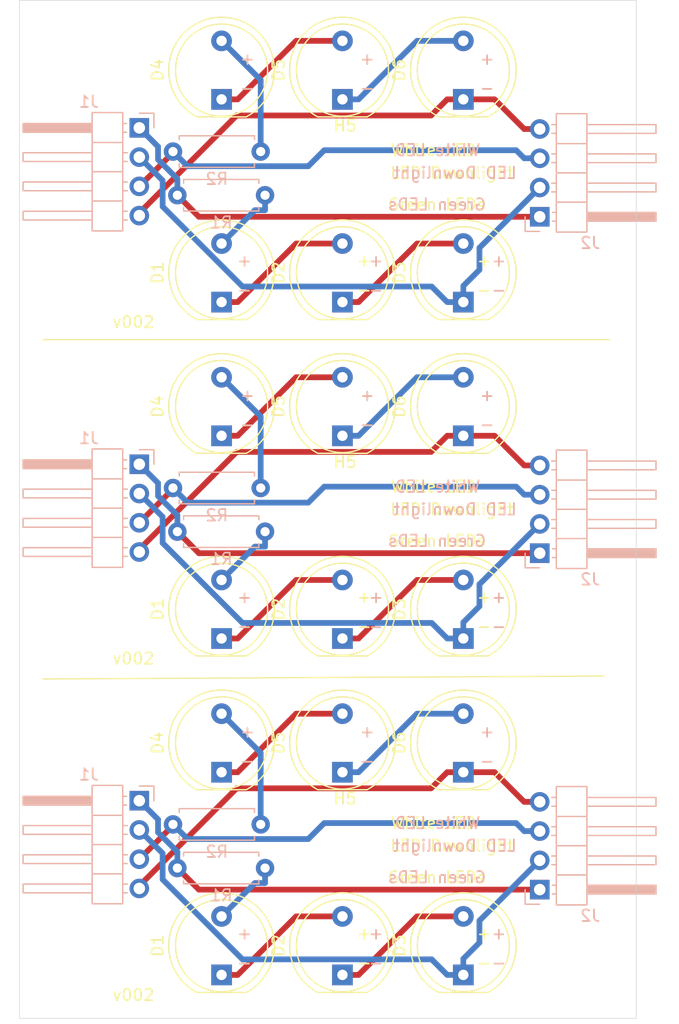
<source format=kicad_pcb>
(kicad_pcb (version 20171130) (host pcbnew "(5.1.5-0-10_14)")

  (general
    (thickness 1.6)
    (drawings 99)
    (tracks 147)
    (zones 0)
    (modules 45)
    (nets 11)
  )

  (page A4)
  (layers
    (0 F.Cu signal)
    (31 B.Cu signal)
    (32 B.Adhes user)
    (33 F.Adhes user)
    (34 B.Paste user)
    (35 F.Paste user)
    (36 B.SilkS user)
    (37 F.SilkS user)
    (38 B.Mask user)
    (39 F.Mask user)
    (40 Dwgs.User user)
    (41 Cmts.User user)
    (42 Eco1.User user)
    (43 Eco2.User user)
    (44 Edge.Cuts user)
    (45 Margin user)
    (46 B.CrtYd user)
    (47 F.CrtYd user)
    (48 B.Fab user)
    (49 F.Fab user)
  )

  (setup
    (last_trace_width 0.5)
    (user_trace_width 0.8)
    (trace_clearance 0.2)
    (zone_clearance 0.508)
    (zone_45_only no)
    (trace_min 0.2)
    (via_size 0.8)
    (via_drill 0.4)
    (via_min_size 0.4)
    (via_min_drill 0.3)
    (uvia_size 0.3)
    (uvia_drill 0.1)
    (uvias_allowed no)
    (uvia_min_size 0.2)
    (uvia_min_drill 0.1)
    (edge_width 0.05)
    (segment_width 0.2)
    (pcb_text_width 0.3)
    (pcb_text_size 1.5 1.5)
    (mod_edge_width 0.12)
    (mod_text_size 1 1)
    (mod_text_width 0.15)
    (pad_size 1.524 1.524)
    (pad_drill 0.762)
    (pad_to_mask_clearance 0.051)
    (solder_mask_min_width 0.25)
    (aux_axis_origin 0 0)
    (visible_elements FFFFF77F)
    (pcbplotparams
      (layerselection 0x010fc_ffffffff)
      (usegerberextensions false)
      (usegerberattributes false)
      (usegerberadvancedattributes false)
      (creategerberjobfile false)
      (excludeedgelayer true)
      (linewidth 0.100000)
      (plotframeref false)
      (viasonmask false)
      (mode 1)
      (useauxorigin false)
      (hpglpennumber 1)
      (hpglpenspeed 20)
      (hpglpendiameter 15.000000)
      (psnegative false)
      (psa4output false)
      (plotreference true)
      (plotvalue true)
      (plotinvisibletext false)
      (padsonsilk false)
      (subtractmaskfromsilk false)
      (outputformat 1)
      (mirror false)
      (drillshape 0)
      (scaleselection 1)
      (outputdirectory "Plot/"))
  )

  (net 0 "")
  (net 1 "Net-(D1-Pad1)")
  (net 2 "Net-(D1-Pad2)")
  (net 3 "Net-(D2-Pad1)")
  (net 4 "Net-(D4-Pad2)")
  (net 5 "Net-(D4-Pad1)")
  (net 6 "Net-(D5-Pad1)")
  (net 7 /GNDGreen)
  (net 8 /GNDWhite)
  (net 9 /+12VWhite)
  (net 10 /+12VGreen)

  (net_class Default "This is the default net class."
    (clearance 0.2)
    (trace_width 0.5)
    (via_dia 0.8)
    (via_drill 0.4)
    (uvia_dia 0.3)
    (uvia_drill 0.1)
    (add_net "Net-(D1-Pad1)")
    (add_net "Net-(D1-Pad2)")
    (add_net "Net-(D2-Pad1)")
    (add_net "Net-(D4-Pad1)")
    (add_net "Net-(D4-Pad2)")
    (add_net "Net-(D5-Pad1)")
  )

  (net_class Power ""
    (clearance 0.2)
    (trace_width 0.5)
    (via_dia 0.8)
    (via_drill 0.4)
    (uvia_dia 0.3)
    (uvia_drill 0.1)
    (add_net /+12VGreen)
    (add_net /+12VWhite)
    (add_net /GNDGreen)
    (add_net /GNDWhite)
  )

  (module PT_Library_v001:R_Axial_DIN0207_L6.3mm_D2.5mm_P7.62mm_Horizontal (layer B.Cu) (tedit 5AE5139B) (tstamp 5F1523CF)
    (at 178.95 116.26)
    (descr "Resistor, Axial_DIN0207 series, Axial, Horizontal, pin pitch=7.62mm, 0.25W = 1/4W, length*diameter=6.3*2.5mm^2, http://cdn-reichelt.de/documents/datenblatt/B400/1_4W%23YAG.pdf")
    (tags "Resistor Axial_DIN0207 series Axial Horizontal pin pitch 7.62mm 0.25W = 1/4W length 6.3mm diameter 2.5mm")
    (path /5EE55F42)
    (fp_text reference R2 (at 3.81 2.37 180) (layer B.SilkS)
      (effects (font (size 1 1) (thickness 0.15)) (justify mirror))
    )
    (fp_text value R_US (at 3.81 -2.37 180) (layer B.Fab)
      (effects (font (size 1 1) (thickness 0.15)) (justify mirror))
    )
    (fp_text user %R (at 3.81 0 180) (layer B.Fab)
      (effects (font (size 1 1) (thickness 0.15)) (justify mirror))
    )
    (fp_line (start 8.67 1.5) (end -1.05 1.5) (layer B.CrtYd) (width 0.05))
    (fp_line (start 8.67 -1.5) (end 8.67 1.5) (layer B.CrtYd) (width 0.05))
    (fp_line (start -1.05 -1.5) (end 8.67 -1.5) (layer B.CrtYd) (width 0.05))
    (fp_line (start -1.05 1.5) (end -1.05 -1.5) (layer B.CrtYd) (width 0.05))
    (fp_line (start 7.08 -1.37) (end 7.08 -1.04) (layer B.SilkS) (width 0.12))
    (fp_line (start 0.54 -1.37) (end 7.08 -1.37) (layer B.SilkS) (width 0.12))
    (fp_line (start 0.54 -1.04) (end 0.54 -1.37) (layer B.SilkS) (width 0.12))
    (fp_line (start 7.08 1.37) (end 7.08 1.04) (layer B.SilkS) (width 0.12))
    (fp_line (start 0.54 1.37) (end 7.08 1.37) (layer B.SilkS) (width 0.12))
    (fp_line (start 0.54 1.04) (end 0.54 1.37) (layer B.SilkS) (width 0.12))
    (fp_line (start 7.62 0) (end 6.96 0) (layer B.Fab) (width 0.1))
    (fp_line (start 0 0) (end 0.66 0) (layer B.Fab) (width 0.1))
    (fp_line (start 6.96 1.25) (end 0.66 1.25) (layer B.Fab) (width 0.1))
    (fp_line (start 6.96 -1.25) (end 6.96 1.25) (layer B.Fab) (width 0.1))
    (fp_line (start 0.66 -1.25) (end 6.96 -1.25) (layer B.Fab) (width 0.1))
    (fp_line (start 0.66 1.25) (end 0.66 -1.25) (layer B.Fab) (width 0.1))
    (pad 2 thru_hole oval (at 7.62 0) (size 1.6 1.6) (drill 0.8) (layers *.Cu *.Mask)
      (net 4 "Net-(D4-Pad2)"))
    (pad 1 thru_hole circle (at 0 0) (size 1.6 1.6) (drill 0.8) (layers *.Cu *.Mask)
      (net 9 /+12VWhite))
    (model ${KISYS3DMOD}/Resistor_THT.3dshapes/R_Axial_DIN0207_L6.3mm_D2.5mm_P7.62mm_Horizontal.wrl
      (at (xyz 0 0 0))
      (scale (xyz 1 1 1))
      (rotate (xyz 0 0 0))
    )
  )

  (module PT_Library_v001:LED_D8.0mm-LargePins (layer F.Cu) (tedit 5F151CBE) (tstamp 5F1523BF)
    (at 183.17 111.726 90)
    (descr "LED, diameter 8.0mm, 2 pins, diameter 8.0mm, 3 pins")
    (tags "LED diameter 8.0mm 2 pins diameter 8.0mm 3 pins")
    (path /5EE55F24)
    (fp_text reference D4 (at 2.54 -5.56 90) (layer F.SilkS)
      (effects (font (size 1 1) (thickness 0.15)))
    )
    (fp_text value LED (at 2.54 5.56 90) (layer F.Fab)
      (effects (font (size 1 1) (thickness 0.15)))
    )
    (fp_line (start 7.35 -4.85) (end -2.3 -4.85) (layer F.CrtYd) (width 0.05))
    (fp_line (start 7.35 4.85) (end 7.35 -4.85) (layer F.CrtYd) (width 0.05))
    (fp_line (start -2.3 4.85) (end 7.35 4.85) (layer F.CrtYd) (width 0.05))
    (fp_line (start -2.3 -4.85) (end -2.3 4.85) (layer F.CrtYd) (width 0.05))
    (fp_line (start -1.52 -2.142) (end -1.52 2.142) (layer F.SilkS) (width 0.12))
    (fp_line (start -1.46 -2.061553) (end -1.46 2.061553) (layer F.Fab) (width 0.1))
    (fp_circle (center 2.54 0) (end 6.54 0) (layer F.SilkS) (width 0.12))
    (fp_circle (center 2.54 0) (end 6.54 0) (layer F.Fab) (width 0.1))
    (fp_arc (start 2.54 0) (end -1.52 2.141145) (angle -152.2) (layer F.SilkS) (width 0.12))
    (fp_arc (start 2.54 0) (end -1.52 -2.141145) (angle 152.2) (layer F.SilkS) (width 0.12))
    (fp_arc (start 2.54 0) (end -1.46 -2.061553) (angle 305.5) (layer F.Fab) (width 0.1))
    (pad 2 thru_hole circle (at 5.08 0 90) (size 1.8 1.8) (drill 0.9) (layers *.Cu *.Mask)
      (net 4 "Net-(D4-Pad2)"))
    (pad 1 thru_hole rect (at 0 0 90) (size 1.8 1.8) (drill 0.9) (layers *.Cu *.Mask)
      (net 5 "Net-(D4-Pad1)"))
    (model ${KISYS3DMOD}/LED_THT.3dshapes/LED_D8.0mm-3.wrl
      (at (xyz 0 0 0))
      (scale (xyz 1 1 1))
      (rotate (xyz 0 0 0))
    )
  )

  (module MountingHole:MountingHole_3.2mm_M3 (layer F.Cu) (tedit 56D1B4CB) (tstamp 5F1523B5)
    (at 214.26 107.95)
    (descr "Mounting Hole 3.2mm, no annular, M3")
    (tags "mounting hole 3.2mm no annular m3")
    (path /5EE5B85B)
    (attr virtual)
    (fp_text reference H2 (at -4.2 -2.38) (layer F.SilkS) hide
      (effects (font (size 1 1) (thickness 0.15)))
    )
    (fp_text value MountingHole (at 0 4.2) (layer F.Fab)
      (effects (font (size 1 1) (thickness 0.15)))
    )
    (fp_circle (center 0 0) (end 3.45 0) (layer F.CrtYd) (width 0.05))
    (fp_circle (center 0 0) (end 3.2 0) (layer Cmts.User) (width 0.15))
    (fp_text user %R (at 0.3 0) (layer F.Fab)
      (effects (font (size 1 1) (thickness 0.15)))
    )
    (pad 1 np_thru_hole circle (at 0 0) (size 3.2 3.2) (drill 3.2) (layers *.Cu *.Mask))
  )

  (module MountingHole:MountingHole_3.2mm_M3 (layer F.Cu) (tedit 56D1B4CB) (tstamp 5F1523AE)
    (at 170.39 128.54)
    (descr "Mounting Hole 3.2mm, no annular, M3")
    (tags "mounting hole 3.2mm no annular m3")
    (path /5EE5BD02)
    (attr virtual)
    (fp_text reference H3 (at 0 -4.2) (layer F.SilkS) hide
      (effects (font (size 1 1) (thickness 0.15)))
    )
    (fp_text value MountingHole (at 0 4.2) (layer F.Fab)
      (effects (font (size 1 1) (thickness 0.15)))
    )
    (fp_circle (center 0 0) (end 3.45 0) (layer F.CrtYd) (width 0.05))
    (fp_circle (center 0 0) (end 3.2 0) (layer Cmts.User) (width 0.15))
    (fp_text user %R (at 0.3 0) (layer F.Fab)
      (effects (font (size 1 1) (thickness 0.15)))
    )
    (pad 1 np_thru_hole circle (at 0 0) (size 3.2 3.2) (drill 3.2) (layers *.Cu *.Mask))
  )

  (module Connector_PinHeader_2.54mm:PinHeader_1x04_P2.54mm_Horizontal (layer B.Cu) (tedit 59FED5CB) (tstamp 5F15234F)
    (at 176.022 114.2 180)
    (descr "Through hole angled pin header, 1x04, 2.54mm pitch, 6mm pin length, single row")
    (tags "Through hole angled pin header THT 1x04 2.54mm single row")
    (path /5EE5878F)
    (fp_text reference J1 (at 4.385 2.27) (layer B.SilkS)
      (effects (font (size 1 1) (thickness 0.15)) (justify mirror))
    )
    (fp_text value Conn_01x04_Female (at 4.385 -9.89) (layer B.Fab)
      (effects (font (size 1 1) (thickness 0.15)) (justify mirror))
    )
    (fp_text user %R (at 2.77 -3.81 270) (layer B.Fab)
      (effects (font (size 1 1) (thickness 0.15)) (justify mirror))
    )
    (fp_line (start 10.55 1.8) (end -1.8 1.8) (layer B.CrtYd) (width 0.05))
    (fp_line (start 10.55 -9.4) (end 10.55 1.8) (layer B.CrtYd) (width 0.05))
    (fp_line (start -1.8 -9.4) (end 10.55 -9.4) (layer B.CrtYd) (width 0.05))
    (fp_line (start -1.8 1.8) (end -1.8 -9.4) (layer B.CrtYd) (width 0.05))
    (fp_line (start -1.27 1.27) (end 0 1.27) (layer B.SilkS) (width 0.12))
    (fp_line (start -1.27 0) (end -1.27 1.27) (layer B.SilkS) (width 0.12))
    (fp_line (start 1.042929 -8) (end 1.44 -8) (layer B.SilkS) (width 0.12))
    (fp_line (start 1.042929 -7.24) (end 1.44 -7.24) (layer B.SilkS) (width 0.12))
    (fp_line (start 10.1 -8) (end 4.1 -8) (layer B.SilkS) (width 0.12))
    (fp_line (start 10.1 -7.24) (end 10.1 -8) (layer B.SilkS) (width 0.12))
    (fp_line (start 4.1 -7.24) (end 10.1 -7.24) (layer B.SilkS) (width 0.12))
    (fp_line (start 1.44 -6.35) (end 4.1 -6.35) (layer B.SilkS) (width 0.12))
    (fp_line (start 1.042929 -5.46) (end 1.44 -5.46) (layer B.SilkS) (width 0.12))
    (fp_line (start 1.042929 -4.7) (end 1.44 -4.7) (layer B.SilkS) (width 0.12))
    (fp_line (start 10.1 -5.46) (end 4.1 -5.46) (layer B.SilkS) (width 0.12))
    (fp_line (start 10.1 -4.7) (end 10.1 -5.46) (layer B.SilkS) (width 0.12))
    (fp_line (start 4.1 -4.7) (end 10.1 -4.7) (layer B.SilkS) (width 0.12))
    (fp_line (start 1.44 -3.81) (end 4.1 -3.81) (layer B.SilkS) (width 0.12))
    (fp_line (start 1.042929 -2.92) (end 1.44 -2.92) (layer B.SilkS) (width 0.12))
    (fp_line (start 1.042929 -2.16) (end 1.44 -2.16) (layer B.SilkS) (width 0.12))
    (fp_line (start 10.1 -2.92) (end 4.1 -2.92) (layer B.SilkS) (width 0.12))
    (fp_line (start 10.1 -2.16) (end 10.1 -2.92) (layer B.SilkS) (width 0.12))
    (fp_line (start 4.1 -2.16) (end 10.1 -2.16) (layer B.SilkS) (width 0.12))
    (fp_line (start 1.44 -1.27) (end 4.1 -1.27) (layer B.SilkS) (width 0.12))
    (fp_line (start 1.11 -0.38) (end 1.44 -0.38) (layer B.SilkS) (width 0.12))
    (fp_line (start 1.11 0.38) (end 1.44 0.38) (layer B.SilkS) (width 0.12))
    (fp_line (start 4.1 -0.28) (end 10.1 -0.28) (layer B.SilkS) (width 0.12))
    (fp_line (start 4.1 -0.16) (end 10.1 -0.16) (layer B.SilkS) (width 0.12))
    (fp_line (start 4.1 -0.04) (end 10.1 -0.04) (layer B.SilkS) (width 0.12))
    (fp_line (start 4.1 0.08) (end 10.1 0.08) (layer B.SilkS) (width 0.12))
    (fp_line (start 4.1 0.2) (end 10.1 0.2) (layer B.SilkS) (width 0.12))
    (fp_line (start 4.1 0.32) (end 10.1 0.32) (layer B.SilkS) (width 0.12))
    (fp_line (start 10.1 -0.38) (end 4.1 -0.38) (layer B.SilkS) (width 0.12))
    (fp_line (start 10.1 0.38) (end 10.1 -0.38) (layer B.SilkS) (width 0.12))
    (fp_line (start 4.1 0.38) (end 10.1 0.38) (layer B.SilkS) (width 0.12))
    (fp_line (start 4.1 1.33) (end 1.44 1.33) (layer B.SilkS) (width 0.12))
    (fp_line (start 4.1 -8.95) (end 4.1 1.33) (layer B.SilkS) (width 0.12))
    (fp_line (start 1.44 -8.95) (end 4.1 -8.95) (layer B.SilkS) (width 0.12))
    (fp_line (start 1.44 1.33) (end 1.44 -8.95) (layer B.SilkS) (width 0.12))
    (fp_line (start 4.04 -7.94) (end 10.04 -7.94) (layer B.Fab) (width 0.1))
    (fp_line (start 10.04 -7.3) (end 10.04 -7.94) (layer B.Fab) (width 0.1))
    (fp_line (start 4.04 -7.3) (end 10.04 -7.3) (layer B.Fab) (width 0.1))
    (fp_line (start -0.32 -7.94) (end 1.5 -7.94) (layer B.Fab) (width 0.1))
    (fp_line (start -0.32 -7.3) (end -0.32 -7.94) (layer B.Fab) (width 0.1))
    (fp_line (start -0.32 -7.3) (end 1.5 -7.3) (layer B.Fab) (width 0.1))
    (fp_line (start 4.04 -5.4) (end 10.04 -5.4) (layer B.Fab) (width 0.1))
    (fp_line (start 10.04 -4.76) (end 10.04 -5.4) (layer B.Fab) (width 0.1))
    (fp_line (start 4.04 -4.76) (end 10.04 -4.76) (layer B.Fab) (width 0.1))
    (fp_line (start -0.32 -5.4) (end 1.5 -5.4) (layer B.Fab) (width 0.1))
    (fp_line (start -0.32 -4.76) (end -0.32 -5.4) (layer B.Fab) (width 0.1))
    (fp_line (start -0.32 -4.76) (end 1.5 -4.76) (layer B.Fab) (width 0.1))
    (fp_line (start 4.04 -2.86) (end 10.04 -2.86) (layer B.Fab) (width 0.1))
    (fp_line (start 10.04 -2.22) (end 10.04 -2.86) (layer B.Fab) (width 0.1))
    (fp_line (start 4.04 -2.22) (end 10.04 -2.22) (layer B.Fab) (width 0.1))
    (fp_line (start -0.32 -2.86) (end 1.5 -2.86) (layer B.Fab) (width 0.1))
    (fp_line (start -0.32 -2.22) (end -0.32 -2.86) (layer B.Fab) (width 0.1))
    (fp_line (start -0.32 -2.22) (end 1.5 -2.22) (layer B.Fab) (width 0.1))
    (fp_line (start 4.04 -0.32) (end 10.04 -0.32) (layer B.Fab) (width 0.1))
    (fp_line (start 10.04 0.32) (end 10.04 -0.32) (layer B.Fab) (width 0.1))
    (fp_line (start 4.04 0.32) (end 10.04 0.32) (layer B.Fab) (width 0.1))
    (fp_line (start -0.32 -0.32) (end 1.5 -0.32) (layer B.Fab) (width 0.1))
    (fp_line (start -0.32 0.32) (end -0.32 -0.32) (layer B.Fab) (width 0.1))
    (fp_line (start -0.32 0.32) (end 1.5 0.32) (layer B.Fab) (width 0.1))
    (fp_line (start 1.5 0.635) (end 2.135 1.27) (layer B.Fab) (width 0.1))
    (fp_line (start 1.5 -8.89) (end 1.5 0.635) (layer B.Fab) (width 0.1))
    (fp_line (start 4.04 -8.89) (end 1.5 -8.89) (layer B.Fab) (width 0.1))
    (fp_line (start 4.04 1.27) (end 4.04 -8.89) (layer B.Fab) (width 0.1))
    (fp_line (start 2.135 1.27) (end 4.04 1.27) (layer B.Fab) (width 0.1))
    (pad 4 thru_hole oval (at 0 -7.62 180) (size 1.7 1.7) (drill 1) (layers *.Cu *.Mask)
      (net 8 /GNDWhite))
    (pad 3 thru_hole oval (at 0 -5.08 180) (size 1.7 1.7) (drill 1) (layers *.Cu *.Mask)
      (net 9 /+12VWhite))
    (pad 2 thru_hole oval (at 0 -2.54 180) (size 1.7 1.7) (drill 1) (layers *.Cu *.Mask)
      (net 7 /GNDGreen))
    (pad 1 thru_hole rect (at 0 0 180) (size 1.7 1.7) (drill 1) (layers *.Cu *.Mask)
      (net 10 /+12VGreen))
    (model ${KISYS3DMOD}/Connector_PinHeader_2.54mm.3dshapes/PinHeader_1x04_P2.54mm_Horizontal.wrl
      (at (xyz 0 0 0))
      (scale (xyz 1 1 1))
      (rotate (xyz 0 0 0))
    )
  )

  (module PT_Library_v001:LED_D8.0mm-LargePins (layer F.Cu) (tedit 5F151CBE) (tstamp 5F152338)
    (at 193.675 111.726 90)
    (descr "LED, diameter 8.0mm, 2 pins, diameter 8.0mm, 3 pins")
    (tags "LED diameter 8.0mm 2 pins diameter 8.0mm 3 pins")
    (path /5EE55F2E)
    (fp_text reference D5 (at 2.54 -5.56 90) (layer F.SilkS)
      (effects (font (size 1 1) (thickness 0.15)))
    )
    (fp_text value LED (at 2.54 5.56 90) (layer F.Fab)
      (effects (font (size 1 1) (thickness 0.15)))
    )
    (fp_line (start 7.35 -4.85) (end -2.3 -4.85) (layer F.CrtYd) (width 0.05))
    (fp_line (start 7.35 4.85) (end 7.35 -4.85) (layer F.CrtYd) (width 0.05))
    (fp_line (start -2.3 4.85) (end 7.35 4.85) (layer F.CrtYd) (width 0.05))
    (fp_line (start -2.3 -4.85) (end -2.3 4.85) (layer F.CrtYd) (width 0.05))
    (fp_line (start -1.52 -2.142) (end -1.52 2.142) (layer F.SilkS) (width 0.12))
    (fp_line (start -1.46 -2.061553) (end -1.46 2.061553) (layer F.Fab) (width 0.1))
    (fp_circle (center 2.54 0) (end 6.54 0) (layer F.SilkS) (width 0.12))
    (fp_circle (center 2.54 0) (end 6.54 0) (layer F.Fab) (width 0.1))
    (fp_arc (start 2.54 0) (end -1.52 2.141145) (angle -152.2) (layer F.SilkS) (width 0.12))
    (fp_arc (start 2.54 0) (end -1.52 -2.141145) (angle 152.2) (layer F.SilkS) (width 0.12))
    (fp_arc (start 2.54 0) (end -1.46 -2.061553) (angle 305.5) (layer F.Fab) (width 0.1))
    (pad 2 thru_hole circle (at 5.08 0 90) (size 1.8 1.8) (drill 0.9) (layers *.Cu *.Mask)
      (net 5 "Net-(D4-Pad1)"))
    (pad 1 thru_hole rect (at 0 0 90) (size 1.8 1.8) (drill 0.9) (layers *.Cu *.Mask)
      (net 6 "Net-(D5-Pad1)"))
    (model ${KISYS3DMOD}/LED_THT.3dshapes/LED_D8.0mm-3.wrl
      (at (xyz 0 0 0))
      (scale (xyz 1 1 1))
      (rotate (xyz 0 0 0))
    )
  )

  (module PT_Library_v001:R_Axial_DIN0207_L6.3mm_D2.5mm_P7.62mm_Horizontal (layer B.Cu) (tedit 5AE5139B) (tstamp 5F15230C)
    (at 179.33 120.05)
    (descr "Resistor, Axial_DIN0207 series, Axial, Horizontal, pin pitch=7.62mm, 0.25W = 1/4W, length*diameter=6.3*2.5mm^2, http://cdn-reichelt.de/documents/datenblatt/B400/1_4W%23YAG.pdf")
    (tags "Resistor Axial_DIN0207 series Axial Horizontal pin pitch 7.62mm 0.25W = 1/4W length 6.3mm diameter 2.5mm")
    (path /5E9F83C0)
    (fp_text reference R1 (at 3.81 2.37 180) (layer B.SilkS)
      (effects (font (size 1 1) (thickness 0.15)) (justify mirror))
    )
    (fp_text value R_US (at 3.81 -2.37 180) (layer B.Fab)
      (effects (font (size 1 1) (thickness 0.15)) (justify mirror))
    )
    (fp_text user %R (at 3.81 0 180) (layer B.Fab)
      (effects (font (size 1 1) (thickness 0.15)) (justify mirror))
    )
    (fp_line (start 8.67 1.5) (end -1.05 1.5) (layer B.CrtYd) (width 0.05))
    (fp_line (start 8.67 -1.5) (end 8.67 1.5) (layer B.CrtYd) (width 0.05))
    (fp_line (start -1.05 -1.5) (end 8.67 -1.5) (layer B.CrtYd) (width 0.05))
    (fp_line (start -1.05 1.5) (end -1.05 -1.5) (layer B.CrtYd) (width 0.05))
    (fp_line (start 7.08 -1.37) (end 7.08 -1.04) (layer B.SilkS) (width 0.12))
    (fp_line (start 0.54 -1.37) (end 7.08 -1.37) (layer B.SilkS) (width 0.12))
    (fp_line (start 0.54 -1.04) (end 0.54 -1.37) (layer B.SilkS) (width 0.12))
    (fp_line (start 7.08 1.37) (end 7.08 1.04) (layer B.SilkS) (width 0.12))
    (fp_line (start 0.54 1.37) (end 7.08 1.37) (layer B.SilkS) (width 0.12))
    (fp_line (start 0.54 1.04) (end 0.54 1.37) (layer B.SilkS) (width 0.12))
    (fp_line (start 7.62 0) (end 6.96 0) (layer B.Fab) (width 0.1))
    (fp_line (start 0 0) (end 0.66 0) (layer B.Fab) (width 0.1))
    (fp_line (start 6.96 1.25) (end 0.66 1.25) (layer B.Fab) (width 0.1))
    (fp_line (start 6.96 -1.25) (end 6.96 1.25) (layer B.Fab) (width 0.1))
    (fp_line (start 0.66 -1.25) (end 6.96 -1.25) (layer B.Fab) (width 0.1))
    (fp_line (start 0.66 1.25) (end 0.66 -1.25) (layer B.Fab) (width 0.1))
    (pad 2 thru_hole oval (at 7.62 0) (size 1.6 1.6) (drill 0.8) (layers *.Cu *.Mask)
      (net 2 "Net-(D1-Pad2)"))
    (pad 1 thru_hole circle (at 0 0) (size 1.6 1.6) (drill 0.8) (layers *.Cu *.Mask)
      (net 10 /+12VGreen))
    (model ${KISYS3DMOD}/Resistor_THT.3dshapes/R_Axial_DIN0207_L6.3mm_D2.5mm_P7.62mm_Horizontal.wrl
      (at (xyz 0 0 0))
      (scale (xyz 1 1 1))
      (rotate (xyz 0 0 0))
    )
  )

  (module PT_Library_v001:LED_D8.0mm-LargePins (layer F.Cu) (tedit 5F151CBE) (tstamp 5F1522EB)
    (at 183.17 129.326 90)
    (descr "LED, diameter 8.0mm, 2 pins, diameter 8.0mm, 3 pins")
    (tags "LED diameter 8.0mm 2 pins diameter 8.0mm 3 pins")
    (path /5E9F5CDB)
    (fp_text reference D1 (at 2.54 -5.56 90) (layer F.SilkS)
      (effects (font (size 1 1) (thickness 0.15)))
    )
    (fp_text value LED (at 2.54 5.56 90) (layer F.Fab)
      (effects (font (size 1 1) (thickness 0.15)))
    )
    (fp_line (start 7.35 -4.85) (end -2.3 -4.85) (layer F.CrtYd) (width 0.05))
    (fp_line (start 7.35 4.85) (end 7.35 -4.85) (layer F.CrtYd) (width 0.05))
    (fp_line (start -2.3 4.85) (end 7.35 4.85) (layer F.CrtYd) (width 0.05))
    (fp_line (start -2.3 -4.85) (end -2.3 4.85) (layer F.CrtYd) (width 0.05))
    (fp_line (start -1.52 -2.142) (end -1.52 2.142) (layer F.SilkS) (width 0.12))
    (fp_line (start -1.46 -2.061553) (end -1.46 2.061553) (layer F.Fab) (width 0.1))
    (fp_circle (center 2.54 0) (end 6.54 0) (layer F.SilkS) (width 0.12))
    (fp_circle (center 2.54 0) (end 6.54 0) (layer F.Fab) (width 0.1))
    (fp_arc (start 2.54 0) (end -1.52 2.141145) (angle -152.2) (layer F.SilkS) (width 0.12))
    (fp_arc (start 2.54 0) (end -1.52 -2.141145) (angle 152.2) (layer F.SilkS) (width 0.12))
    (fp_arc (start 2.54 0) (end -1.46 -2.061553) (angle 305.5) (layer F.Fab) (width 0.1))
    (pad 2 thru_hole circle (at 5.08 0 90) (size 1.8 1.8) (drill 0.9) (layers *.Cu *.Mask)
      (net 2 "Net-(D1-Pad2)"))
    (pad 1 thru_hole rect (at 0 0 90) (size 1.8 1.8) (drill 0.9) (layers *.Cu *.Mask)
      (net 1 "Net-(D1-Pad1)"))
    (model ${KISYS3DMOD}/LED_THT.3dshapes/LED_D8.0mm-3.wrl
      (at (xyz 0 0 0))
      (scale (xyz 1 1 1))
      (rotate (xyz 0 0 0))
    )
  )

  (module MountingHole:MountingHole_3.2mm_M3 (layer F.Cu) (tedit 56D1B4CB) (tstamp 5F1522E2)
    (at 170.69 107.95)
    (descr "Mounting Hole 3.2mm, no annular, M3")
    (tags "mounting hole 3.2mm no annular m3")
    (path /5EE5B363)
    (attr virtual)
    (fp_text reference H1 (at 4.81 -1.01) (layer F.SilkS) hide
      (effects (font (size 1 1) (thickness 0.15)))
    )
    (fp_text value MountingHole (at 0 4.2) (layer F.Fab)
      (effects (font (size 1 1) (thickness 0.15)))
    )
    (fp_circle (center 0 0) (end 3.45 0) (layer F.CrtYd) (width 0.05))
    (fp_circle (center 0 0) (end 3.2 0) (layer Cmts.User) (width 0.15))
    (fp_text user %R (at 0.3 0) (layer F.Fab)
      (effects (font (size 1 1) (thickness 0.15)))
    )
    (pad 1 np_thru_hole circle (at 0 0) (size 3.2 3.2) (drill 3.2) (layers *.Cu *.Mask))
  )

  (module MountingHole:MountingHole_3.2mm_M3 (layer F.Cu) (tedit 56D1B4CB) (tstamp 5F1522DA)
    (at 193.91 118.2)
    (descr "Mounting Hole 3.2mm, no annular, M3")
    (tags "mounting hole 3.2mm no annular m3")
    (path /5EE5F4D4)
    (attr virtual)
    (fp_text reference H5 (at 0 -4.2) (layer F.SilkS)
      (effects (font (size 1 1) (thickness 0.15)))
    )
    (fp_text value MountingHole (at 0 4.2) (layer F.Fab)
      (effects (font (size 1 1) (thickness 0.15)))
    )
    (fp_circle (center 0 0) (end 3.45 0) (layer F.CrtYd) (width 0.05))
    (fp_circle (center 0 0) (end 3.2 0) (layer Cmts.User) (width 0.15))
    (fp_text user %R (at 0.3 0) (layer F.Fab)
      (effects (font (size 1 1) (thickness 0.15)))
    )
    (pad 1 np_thru_hole circle (at 0 0) (size 3.2 3.2) (drill 3.2) (layers *.Cu *.Mask))
  )

  (module MountingHole:MountingHole_3.2mm_M3 (layer F.Cu) (tedit 56D1B4CB) (tstamp 5F1522D1)
    (at 214.26 128.54)
    (descr "Mounting Hole 3.2mm, no annular, M3")
    (tags "mounting hole 3.2mm no annular m3")
    (path /5EE5C31B)
    (attr virtual)
    (fp_text reference H4 (at 0 -4.2) (layer F.SilkS) hide
      (effects (font (size 1 1) (thickness 0.15)))
    )
    (fp_text value MountingHole (at 0 4.2) (layer F.Fab)
      (effects (font (size 1 1) (thickness 0.15)))
    )
    (fp_circle (center 0 0) (end 3.45 0) (layer F.CrtYd) (width 0.05))
    (fp_circle (center 0 0) (end 3.2 0) (layer Cmts.User) (width 0.15))
    (fp_text user %R (at 0.3 0) (layer F.Fab)
      (effects (font (size 1 1) (thickness 0.15)))
    )
    (pad 1 np_thru_hole circle (at 0 0) (size 3.2 3.2) (drill 3.2) (layers *.Cu *.Mask))
  )

  (module PT_Library_v001:LED_D8.0mm-LargePins (layer F.Cu) (tedit 5F151CBE) (tstamp 5F1522C1)
    (at 193.675 129.326 90)
    (descr "LED, diameter 8.0mm, 2 pins, diameter 8.0mm, 3 pins")
    (tags "LED diameter 8.0mm 2 pins diameter 8.0mm 3 pins")
    (path /5E9F6574)
    (fp_text reference D2 (at 2.54 -5.56 90) (layer F.SilkS)
      (effects (font (size 1 1) (thickness 0.15)))
    )
    (fp_text value LED (at 2.54 5.56 90) (layer F.Fab)
      (effects (font (size 1 1) (thickness 0.15)))
    )
    (fp_line (start 7.35 -4.85) (end -2.3 -4.85) (layer F.CrtYd) (width 0.05))
    (fp_line (start 7.35 4.85) (end 7.35 -4.85) (layer F.CrtYd) (width 0.05))
    (fp_line (start -2.3 4.85) (end 7.35 4.85) (layer F.CrtYd) (width 0.05))
    (fp_line (start -2.3 -4.85) (end -2.3 4.85) (layer F.CrtYd) (width 0.05))
    (fp_line (start -1.52 -2.142) (end -1.52 2.142) (layer F.SilkS) (width 0.12))
    (fp_line (start -1.46 -2.061553) (end -1.46 2.061553) (layer F.Fab) (width 0.1))
    (fp_circle (center 2.54 0) (end 6.54 0) (layer F.SilkS) (width 0.12))
    (fp_circle (center 2.54 0) (end 6.54 0) (layer F.Fab) (width 0.1))
    (fp_arc (start 2.54 0) (end -1.52 2.141145) (angle -152.2) (layer F.SilkS) (width 0.12))
    (fp_arc (start 2.54 0) (end -1.52 -2.141145) (angle 152.2) (layer F.SilkS) (width 0.12))
    (fp_arc (start 2.54 0) (end -1.46 -2.061553) (angle 305.5) (layer F.Fab) (width 0.1))
    (pad 2 thru_hole circle (at 5.08 0 90) (size 1.8 1.8) (drill 0.9) (layers *.Cu *.Mask)
      (net 1 "Net-(D1-Pad1)"))
    (pad 1 thru_hole rect (at 0 0 90) (size 1.8 1.8) (drill 0.9) (layers *.Cu *.Mask)
      (net 3 "Net-(D2-Pad1)"))
    (model ${KISYS3DMOD}/LED_THT.3dshapes/LED_D8.0mm-3.wrl
      (at (xyz 0 0 0))
      (scale (xyz 1 1 1))
      (rotate (xyz 0 0 0))
    )
  )

  (module PT_Library_v001:LED_D8.0mm-LargePins (layer F.Cu) (tedit 5F151CBE) (tstamp 5F1522B1)
    (at 204.18 129.326 90)
    (descr "LED, diameter 8.0mm, 2 pins, diameter 8.0mm, 3 pins")
    (tags "LED diameter 8.0mm 2 pins diameter 8.0mm 3 pins")
    (path /5E9F70E1)
    (fp_text reference D3 (at 2.54 -5.56 90) (layer F.SilkS)
      (effects (font (size 1 1) (thickness 0.15)))
    )
    (fp_text value LED (at 2.54 5.56 90) (layer F.Fab)
      (effects (font (size 1 1) (thickness 0.15)))
    )
    (fp_line (start 7.35 -4.85) (end -2.3 -4.85) (layer F.CrtYd) (width 0.05))
    (fp_line (start 7.35 4.85) (end 7.35 -4.85) (layer F.CrtYd) (width 0.05))
    (fp_line (start -2.3 4.85) (end 7.35 4.85) (layer F.CrtYd) (width 0.05))
    (fp_line (start -2.3 -4.85) (end -2.3 4.85) (layer F.CrtYd) (width 0.05))
    (fp_line (start -1.52 -2.142) (end -1.52 2.142) (layer F.SilkS) (width 0.12))
    (fp_line (start -1.46 -2.061553) (end -1.46 2.061553) (layer F.Fab) (width 0.1))
    (fp_circle (center 2.54 0) (end 6.54 0) (layer F.SilkS) (width 0.12))
    (fp_circle (center 2.54 0) (end 6.54 0) (layer F.Fab) (width 0.1))
    (fp_arc (start 2.54 0) (end -1.52 2.141145) (angle -152.2) (layer F.SilkS) (width 0.12))
    (fp_arc (start 2.54 0) (end -1.52 -2.141145) (angle 152.2) (layer F.SilkS) (width 0.12))
    (fp_arc (start 2.54 0) (end -1.46 -2.061553) (angle 305.5) (layer F.Fab) (width 0.1))
    (pad 2 thru_hole circle (at 5.08 0 90) (size 1.8 1.8) (drill 0.9) (layers *.Cu *.Mask)
      (net 3 "Net-(D2-Pad1)"))
    (pad 1 thru_hole rect (at 0 0 90) (size 1.8 1.8) (drill 0.9) (layers *.Cu *.Mask)
      (net 7 /GNDGreen))
    (model ${KISYS3DMOD}/LED_THT.3dshapes/LED_D8.0mm-3.wrl
      (at (xyz 0 0 0))
      (scale (xyz 1 1 1))
      (rotate (xyz 0 0 0))
    )
  )

  (module Connector_PinHeader_2.54mm:PinHeader_1x04_P2.54mm_Horizontal (layer B.Cu) (tedit 59FED5CB) (tstamp 5F152263)
    (at 210.82 121.92)
    (descr "Through hole angled pin header, 1x04, 2.54mm pitch, 6mm pin length, single row")
    (tags "Through hole angled pin header THT 1x04 2.54mm single row")
    (path /5EE59171)
    (fp_text reference J2 (at 4.385 2.27) (layer B.SilkS)
      (effects (font (size 1 1) (thickness 0.15)) (justify mirror))
    )
    (fp_text value Conn_01x04_Female (at 4.385 -9.89) (layer B.Fab)
      (effects (font (size 1 1) (thickness 0.15)) (justify mirror))
    )
    (fp_text user %R (at 2.77 -3.81 -90) (layer B.Fab)
      (effects (font (size 1 1) (thickness 0.15)) (justify mirror))
    )
    (fp_line (start 10.55 1.8) (end -1.8 1.8) (layer B.CrtYd) (width 0.05))
    (fp_line (start 10.55 -9.4) (end 10.55 1.8) (layer B.CrtYd) (width 0.05))
    (fp_line (start -1.8 -9.4) (end 10.55 -9.4) (layer B.CrtYd) (width 0.05))
    (fp_line (start -1.8 1.8) (end -1.8 -9.4) (layer B.CrtYd) (width 0.05))
    (fp_line (start -1.27 1.27) (end 0 1.27) (layer B.SilkS) (width 0.12))
    (fp_line (start -1.27 0) (end -1.27 1.27) (layer B.SilkS) (width 0.12))
    (fp_line (start 1.042929 -8) (end 1.44 -8) (layer B.SilkS) (width 0.12))
    (fp_line (start 1.042929 -7.24) (end 1.44 -7.24) (layer B.SilkS) (width 0.12))
    (fp_line (start 10.1 -8) (end 4.1 -8) (layer B.SilkS) (width 0.12))
    (fp_line (start 10.1 -7.24) (end 10.1 -8) (layer B.SilkS) (width 0.12))
    (fp_line (start 4.1 -7.24) (end 10.1 -7.24) (layer B.SilkS) (width 0.12))
    (fp_line (start 1.44 -6.35) (end 4.1 -6.35) (layer B.SilkS) (width 0.12))
    (fp_line (start 1.042929 -5.46) (end 1.44 -5.46) (layer B.SilkS) (width 0.12))
    (fp_line (start 1.042929 -4.7) (end 1.44 -4.7) (layer B.SilkS) (width 0.12))
    (fp_line (start 10.1 -5.46) (end 4.1 -5.46) (layer B.SilkS) (width 0.12))
    (fp_line (start 10.1 -4.7) (end 10.1 -5.46) (layer B.SilkS) (width 0.12))
    (fp_line (start 4.1 -4.7) (end 10.1 -4.7) (layer B.SilkS) (width 0.12))
    (fp_line (start 1.44 -3.81) (end 4.1 -3.81) (layer B.SilkS) (width 0.12))
    (fp_line (start 1.042929 -2.92) (end 1.44 -2.92) (layer B.SilkS) (width 0.12))
    (fp_line (start 1.042929 -2.16) (end 1.44 -2.16) (layer B.SilkS) (width 0.12))
    (fp_line (start 10.1 -2.92) (end 4.1 -2.92) (layer B.SilkS) (width 0.12))
    (fp_line (start 10.1 -2.16) (end 10.1 -2.92) (layer B.SilkS) (width 0.12))
    (fp_line (start 4.1 -2.16) (end 10.1 -2.16) (layer B.SilkS) (width 0.12))
    (fp_line (start 1.44 -1.27) (end 4.1 -1.27) (layer B.SilkS) (width 0.12))
    (fp_line (start 1.11 -0.38) (end 1.44 -0.38) (layer B.SilkS) (width 0.12))
    (fp_line (start 1.11 0.38) (end 1.44 0.38) (layer B.SilkS) (width 0.12))
    (fp_line (start 4.1 -0.28) (end 10.1 -0.28) (layer B.SilkS) (width 0.12))
    (fp_line (start 4.1 -0.16) (end 10.1 -0.16) (layer B.SilkS) (width 0.12))
    (fp_line (start 4.1 -0.04) (end 10.1 -0.04) (layer B.SilkS) (width 0.12))
    (fp_line (start 4.1 0.08) (end 10.1 0.08) (layer B.SilkS) (width 0.12))
    (fp_line (start 4.1 0.2) (end 10.1 0.2) (layer B.SilkS) (width 0.12))
    (fp_line (start 4.1 0.32) (end 10.1 0.32) (layer B.SilkS) (width 0.12))
    (fp_line (start 10.1 -0.38) (end 4.1 -0.38) (layer B.SilkS) (width 0.12))
    (fp_line (start 10.1 0.38) (end 10.1 -0.38) (layer B.SilkS) (width 0.12))
    (fp_line (start 4.1 0.38) (end 10.1 0.38) (layer B.SilkS) (width 0.12))
    (fp_line (start 4.1 1.33) (end 1.44 1.33) (layer B.SilkS) (width 0.12))
    (fp_line (start 4.1 -8.95) (end 4.1 1.33) (layer B.SilkS) (width 0.12))
    (fp_line (start 1.44 -8.95) (end 4.1 -8.95) (layer B.SilkS) (width 0.12))
    (fp_line (start 1.44 1.33) (end 1.44 -8.95) (layer B.SilkS) (width 0.12))
    (fp_line (start 4.04 -7.94) (end 10.04 -7.94) (layer B.Fab) (width 0.1))
    (fp_line (start 10.04 -7.3) (end 10.04 -7.94) (layer B.Fab) (width 0.1))
    (fp_line (start 4.04 -7.3) (end 10.04 -7.3) (layer B.Fab) (width 0.1))
    (fp_line (start -0.32 -7.94) (end 1.5 -7.94) (layer B.Fab) (width 0.1))
    (fp_line (start -0.32 -7.3) (end -0.32 -7.94) (layer B.Fab) (width 0.1))
    (fp_line (start -0.32 -7.3) (end 1.5 -7.3) (layer B.Fab) (width 0.1))
    (fp_line (start 4.04 -5.4) (end 10.04 -5.4) (layer B.Fab) (width 0.1))
    (fp_line (start 10.04 -4.76) (end 10.04 -5.4) (layer B.Fab) (width 0.1))
    (fp_line (start 4.04 -4.76) (end 10.04 -4.76) (layer B.Fab) (width 0.1))
    (fp_line (start -0.32 -5.4) (end 1.5 -5.4) (layer B.Fab) (width 0.1))
    (fp_line (start -0.32 -4.76) (end -0.32 -5.4) (layer B.Fab) (width 0.1))
    (fp_line (start -0.32 -4.76) (end 1.5 -4.76) (layer B.Fab) (width 0.1))
    (fp_line (start 4.04 -2.86) (end 10.04 -2.86) (layer B.Fab) (width 0.1))
    (fp_line (start 10.04 -2.22) (end 10.04 -2.86) (layer B.Fab) (width 0.1))
    (fp_line (start 4.04 -2.22) (end 10.04 -2.22) (layer B.Fab) (width 0.1))
    (fp_line (start -0.32 -2.86) (end 1.5 -2.86) (layer B.Fab) (width 0.1))
    (fp_line (start -0.32 -2.22) (end -0.32 -2.86) (layer B.Fab) (width 0.1))
    (fp_line (start -0.32 -2.22) (end 1.5 -2.22) (layer B.Fab) (width 0.1))
    (fp_line (start 4.04 -0.32) (end 10.04 -0.32) (layer B.Fab) (width 0.1))
    (fp_line (start 10.04 0.32) (end 10.04 -0.32) (layer B.Fab) (width 0.1))
    (fp_line (start 4.04 0.32) (end 10.04 0.32) (layer B.Fab) (width 0.1))
    (fp_line (start -0.32 -0.32) (end 1.5 -0.32) (layer B.Fab) (width 0.1))
    (fp_line (start -0.32 0.32) (end -0.32 -0.32) (layer B.Fab) (width 0.1))
    (fp_line (start -0.32 0.32) (end 1.5 0.32) (layer B.Fab) (width 0.1))
    (fp_line (start 1.5 0.635) (end 2.135 1.27) (layer B.Fab) (width 0.1))
    (fp_line (start 1.5 -8.89) (end 1.5 0.635) (layer B.Fab) (width 0.1))
    (fp_line (start 4.04 -8.89) (end 1.5 -8.89) (layer B.Fab) (width 0.1))
    (fp_line (start 4.04 1.27) (end 4.04 -8.89) (layer B.Fab) (width 0.1))
    (fp_line (start 2.135 1.27) (end 4.04 1.27) (layer B.Fab) (width 0.1))
    (pad 4 thru_hole oval (at 0 -7.62) (size 1.7 1.7) (drill 1) (layers *.Cu *.Mask)
      (net 8 /GNDWhite))
    (pad 3 thru_hole oval (at 0 -5.08) (size 1.7 1.7) (drill 1) (layers *.Cu *.Mask)
      (net 9 /+12VWhite))
    (pad 2 thru_hole oval (at 0 -2.54) (size 1.7 1.7) (drill 1) (layers *.Cu *.Mask)
      (net 7 /GNDGreen))
    (pad 1 thru_hole rect (at 0 0) (size 1.7 1.7) (drill 1) (layers *.Cu *.Mask)
      (net 10 /+12VGreen))
    (model ${KISYS3DMOD}/Connector_PinHeader_2.54mm.3dshapes/PinHeader_1x04_P2.54mm_Horizontal.wrl
      (at (xyz 0 0 0))
      (scale (xyz 1 1 1))
      (rotate (xyz 0 0 0))
    )
  )

  (module PT_Library_v001:LED_D8.0mm-LargePins (layer F.Cu) (tedit 5F151CBE) (tstamp 5F152253)
    (at 204.18 111.726 90)
    (descr "LED, diameter 8.0mm, 2 pins, diameter 8.0mm, 3 pins")
    (tags "LED diameter 8.0mm 2 pins diameter 8.0mm 3 pins")
    (path /5EE55F38)
    (fp_text reference D6 (at 2.54 -5.56 90) (layer F.SilkS)
      (effects (font (size 1 1) (thickness 0.15)))
    )
    (fp_text value LED (at 2.54 5.56 90) (layer F.Fab)
      (effects (font (size 1 1) (thickness 0.15)))
    )
    (fp_line (start 7.35 -4.85) (end -2.3 -4.85) (layer F.CrtYd) (width 0.05))
    (fp_line (start 7.35 4.85) (end 7.35 -4.85) (layer F.CrtYd) (width 0.05))
    (fp_line (start -2.3 4.85) (end 7.35 4.85) (layer F.CrtYd) (width 0.05))
    (fp_line (start -2.3 -4.85) (end -2.3 4.85) (layer F.CrtYd) (width 0.05))
    (fp_line (start -1.52 -2.142) (end -1.52 2.142) (layer F.SilkS) (width 0.12))
    (fp_line (start -1.46 -2.061553) (end -1.46 2.061553) (layer F.Fab) (width 0.1))
    (fp_circle (center 2.54 0) (end 6.54 0) (layer F.SilkS) (width 0.12))
    (fp_circle (center 2.54 0) (end 6.54 0) (layer F.Fab) (width 0.1))
    (fp_arc (start 2.54 0) (end -1.52 2.141145) (angle -152.2) (layer F.SilkS) (width 0.12))
    (fp_arc (start 2.54 0) (end -1.52 -2.141145) (angle 152.2) (layer F.SilkS) (width 0.12))
    (fp_arc (start 2.54 0) (end -1.46 -2.061553) (angle 305.5) (layer F.Fab) (width 0.1))
    (pad 2 thru_hole circle (at 5.08 0 90) (size 1.8 1.8) (drill 0.9) (layers *.Cu *.Mask)
      (net 6 "Net-(D5-Pad1)"))
    (pad 1 thru_hole rect (at 0 0 90) (size 1.8 1.8) (drill 0.9) (layers *.Cu *.Mask)
      (net 8 /GNDWhite))
    (model ${KISYS3DMOD}/LED_THT.3dshapes/LED_D8.0mm-3.wrl
      (at (xyz 0 0 0))
      (scale (xyz 1 1 1))
      (rotate (xyz 0 0 0))
    )
  )

  (module Connector_PinHeader_2.54mm:PinHeader_1x04_P2.54mm_Horizontal (layer B.Cu) (tedit 59FED5CB) (tstamp 5F152012)
    (at 176.022 84.99 180)
    (descr "Through hole angled pin header, 1x04, 2.54mm pitch, 6mm pin length, single row")
    (tags "Through hole angled pin header THT 1x04 2.54mm single row")
    (path /5EE5878F)
    (fp_text reference J1 (at 4.385 2.27) (layer B.SilkS)
      (effects (font (size 1 1) (thickness 0.15)) (justify mirror))
    )
    (fp_text value Conn_01x04_Female (at 4.385 -9.89) (layer B.Fab)
      (effects (font (size 1 1) (thickness 0.15)) (justify mirror))
    )
    (fp_line (start 2.135 1.27) (end 4.04 1.27) (layer B.Fab) (width 0.1))
    (fp_line (start 4.04 1.27) (end 4.04 -8.89) (layer B.Fab) (width 0.1))
    (fp_line (start 4.04 -8.89) (end 1.5 -8.89) (layer B.Fab) (width 0.1))
    (fp_line (start 1.5 -8.89) (end 1.5 0.635) (layer B.Fab) (width 0.1))
    (fp_line (start 1.5 0.635) (end 2.135 1.27) (layer B.Fab) (width 0.1))
    (fp_line (start -0.32 0.32) (end 1.5 0.32) (layer B.Fab) (width 0.1))
    (fp_line (start -0.32 0.32) (end -0.32 -0.32) (layer B.Fab) (width 0.1))
    (fp_line (start -0.32 -0.32) (end 1.5 -0.32) (layer B.Fab) (width 0.1))
    (fp_line (start 4.04 0.32) (end 10.04 0.32) (layer B.Fab) (width 0.1))
    (fp_line (start 10.04 0.32) (end 10.04 -0.32) (layer B.Fab) (width 0.1))
    (fp_line (start 4.04 -0.32) (end 10.04 -0.32) (layer B.Fab) (width 0.1))
    (fp_line (start -0.32 -2.22) (end 1.5 -2.22) (layer B.Fab) (width 0.1))
    (fp_line (start -0.32 -2.22) (end -0.32 -2.86) (layer B.Fab) (width 0.1))
    (fp_line (start -0.32 -2.86) (end 1.5 -2.86) (layer B.Fab) (width 0.1))
    (fp_line (start 4.04 -2.22) (end 10.04 -2.22) (layer B.Fab) (width 0.1))
    (fp_line (start 10.04 -2.22) (end 10.04 -2.86) (layer B.Fab) (width 0.1))
    (fp_line (start 4.04 -2.86) (end 10.04 -2.86) (layer B.Fab) (width 0.1))
    (fp_line (start -0.32 -4.76) (end 1.5 -4.76) (layer B.Fab) (width 0.1))
    (fp_line (start -0.32 -4.76) (end -0.32 -5.4) (layer B.Fab) (width 0.1))
    (fp_line (start -0.32 -5.4) (end 1.5 -5.4) (layer B.Fab) (width 0.1))
    (fp_line (start 4.04 -4.76) (end 10.04 -4.76) (layer B.Fab) (width 0.1))
    (fp_line (start 10.04 -4.76) (end 10.04 -5.4) (layer B.Fab) (width 0.1))
    (fp_line (start 4.04 -5.4) (end 10.04 -5.4) (layer B.Fab) (width 0.1))
    (fp_line (start -0.32 -7.3) (end 1.5 -7.3) (layer B.Fab) (width 0.1))
    (fp_line (start -0.32 -7.3) (end -0.32 -7.94) (layer B.Fab) (width 0.1))
    (fp_line (start -0.32 -7.94) (end 1.5 -7.94) (layer B.Fab) (width 0.1))
    (fp_line (start 4.04 -7.3) (end 10.04 -7.3) (layer B.Fab) (width 0.1))
    (fp_line (start 10.04 -7.3) (end 10.04 -7.94) (layer B.Fab) (width 0.1))
    (fp_line (start 4.04 -7.94) (end 10.04 -7.94) (layer B.Fab) (width 0.1))
    (fp_line (start 1.44 1.33) (end 1.44 -8.95) (layer B.SilkS) (width 0.12))
    (fp_line (start 1.44 -8.95) (end 4.1 -8.95) (layer B.SilkS) (width 0.12))
    (fp_line (start 4.1 -8.95) (end 4.1 1.33) (layer B.SilkS) (width 0.12))
    (fp_line (start 4.1 1.33) (end 1.44 1.33) (layer B.SilkS) (width 0.12))
    (fp_line (start 4.1 0.38) (end 10.1 0.38) (layer B.SilkS) (width 0.12))
    (fp_line (start 10.1 0.38) (end 10.1 -0.38) (layer B.SilkS) (width 0.12))
    (fp_line (start 10.1 -0.38) (end 4.1 -0.38) (layer B.SilkS) (width 0.12))
    (fp_line (start 4.1 0.32) (end 10.1 0.32) (layer B.SilkS) (width 0.12))
    (fp_line (start 4.1 0.2) (end 10.1 0.2) (layer B.SilkS) (width 0.12))
    (fp_line (start 4.1 0.08) (end 10.1 0.08) (layer B.SilkS) (width 0.12))
    (fp_line (start 4.1 -0.04) (end 10.1 -0.04) (layer B.SilkS) (width 0.12))
    (fp_line (start 4.1 -0.16) (end 10.1 -0.16) (layer B.SilkS) (width 0.12))
    (fp_line (start 4.1 -0.28) (end 10.1 -0.28) (layer B.SilkS) (width 0.12))
    (fp_line (start 1.11 0.38) (end 1.44 0.38) (layer B.SilkS) (width 0.12))
    (fp_line (start 1.11 -0.38) (end 1.44 -0.38) (layer B.SilkS) (width 0.12))
    (fp_line (start 1.44 -1.27) (end 4.1 -1.27) (layer B.SilkS) (width 0.12))
    (fp_line (start 4.1 -2.16) (end 10.1 -2.16) (layer B.SilkS) (width 0.12))
    (fp_line (start 10.1 -2.16) (end 10.1 -2.92) (layer B.SilkS) (width 0.12))
    (fp_line (start 10.1 -2.92) (end 4.1 -2.92) (layer B.SilkS) (width 0.12))
    (fp_line (start 1.042929 -2.16) (end 1.44 -2.16) (layer B.SilkS) (width 0.12))
    (fp_line (start 1.042929 -2.92) (end 1.44 -2.92) (layer B.SilkS) (width 0.12))
    (fp_line (start 1.44 -3.81) (end 4.1 -3.81) (layer B.SilkS) (width 0.12))
    (fp_line (start 4.1 -4.7) (end 10.1 -4.7) (layer B.SilkS) (width 0.12))
    (fp_line (start 10.1 -4.7) (end 10.1 -5.46) (layer B.SilkS) (width 0.12))
    (fp_line (start 10.1 -5.46) (end 4.1 -5.46) (layer B.SilkS) (width 0.12))
    (fp_line (start 1.042929 -4.7) (end 1.44 -4.7) (layer B.SilkS) (width 0.12))
    (fp_line (start 1.042929 -5.46) (end 1.44 -5.46) (layer B.SilkS) (width 0.12))
    (fp_line (start 1.44 -6.35) (end 4.1 -6.35) (layer B.SilkS) (width 0.12))
    (fp_line (start 4.1 -7.24) (end 10.1 -7.24) (layer B.SilkS) (width 0.12))
    (fp_line (start 10.1 -7.24) (end 10.1 -8) (layer B.SilkS) (width 0.12))
    (fp_line (start 10.1 -8) (end 4.1 -8) (layer B.SilkS) (width 0.12))
    (fp_line (start 1.042929 -7.24) (end 1.44 -7.24) (layer B.SilkS) (width 0.12))
    (fp_line (start 1.042929 -8) (end 1.44 -8) (layer B.SilkS) (width 0.12))
    (fp_line (start -1.27 0) (end -1.27 1.27) (layer B.SilkS) (width 0.12))
    (fp_line (start -1.27 1.27) (end 0 1.27) (layer B.SilkS) (width 0.12))
    (fp_line (start -1.8 1.8) (end -1.8 -9.4) (layer B.CrtYd) (width 0.05))
    (fp_line (start -1.8 -9.4) (end 10.55 -9.4) (layer B.CrtYd) (width 0.05))
    (fp_line (start 10.55 -9.4) (end 10.55 1.8) (layer B.CrtYd) (width 0.05))
    (fp_line (start 10.55 1.8) (end -1.8 1.8) (layer B.CrtYd) (width 0.05))
    (fp_text user %R (at 2.77 -3.81 270) (layer B.Fab)
      (effects (font (size 1 1) (thickness 0.15)) (justify mirror))
    )
    (pad 1 thru_hole rect (at 0 0 180) (size 1.7 1.7) (drill 1) (layers *.Cu *.Mask)
      (net 10 /+12VGreen))
    (pad 2 thru_hole oval (at 0 -2.54 180) (size 1.7 1.7) (drill 1) (layers *.Cu *.Mask)
      (net 7 /GNDGreen))
    (pad 3 thru_hole oval (at 0 -5.08 180) (size 1.7 1.7) (drill 1) (layers *.Cu *.Mask)
      (net 9 /+12VWhite))
    (pad 4 thru_hole oval (at 0 -7.62 180) (size 1.7 1.7) (drill 1) (layers *.Cu *.Mask)
      (net 8 /GNDWhite))
    (model ${KISYS3DMOD}/Connector_PinHeader_2.54mm.3dshapes/PinHeader_1x04_P2.54mm_Horizontal.wrl
      (at (xyz 0 0 0))
      (scale (xyz 1 1 1))
      (rotate (xyz 0 0 0))
    )
  )

  (module Connector_PinHeader_2.54mm:PinHeader_1x04_P2.54mm_Horizontal (layer B.Cu) (tedit 59FED5CB) (tstamp 5F151FC5)
    (at 210.82 92.71)
    (descr "Through hole angled pin header, 1x04, 2.54mm pitch, 6mm pin length, single row")
    (tags "Through hole angled pin header THT 1x04 2.54mm single row")
    (path /5EE59171)
    (fp_text reference J2 (at 4.385 2.27) (layer B.SilkS)
      (effects (font (size 1 1) (thickness 0.15)) (justify mirror))
    )
    (fp_text value Conn_01x04_Female (at 4.385 -9.89) (layer B.Fab)
      (effects (font (size 1 1) (thickness 0.15)) (justify mirror))
    )
    (fp_line (start 2.135 1.27) (end 4.04 1.27) (layer B.Fab) (width 0.1))
    (fp_line (start 4.04 1.27) (end 4.04 -8.89) (layer B.Fab) (width 0.1))
    (fp_line (start 4.04 -8.89) (end 1.5 -8.89) (layer B.Fab) (width 0.1))
    (fp_line (start 1.5 -8.89) (end 1.5 0.635) (layer B.Fab) (width 0.1))
    (fp_line (start 1.5 0.635) (end 2.135 1.27) (layer B.Fab) (width 0.1))
    (fp_line (start -0.32 0.32) (end 1.5 0.32) (layer B.Fab) (width 0.1))
    (fp_line (start -0.32 0.32) (end -0.32 -0.32) (layer B.Fab) (width 0.1))
    (fp_line (start -0.32 -0.32) (end 1.5 -0.32) (layer B.Fab) (width 0.1))
    (fp_line (start 4.04 0.32) (end 10.04 0.32) (layer B.Fab) (width 0.1))
    (fp_line (start 10.04 0.32) (end 10.04 -0.32) (layer B.Fab) (width 0.1))
    (fp_line (start 4.04 -0.32) (end 10.04 -0.32) (layer B.Fab) (width 0.1))
    (fp_line (start -0.32 -2.22) (end 1.5 -2.22) (layer B.Fab) (width 0.1))
    (fp_line (start -0.32 -2.22) (end -0.32 -2.86) (layer B.Fab) (width 0.1))
    (fp_line (start -0.32 -2.86) (end 1.5 -2.86) (layer B.Fab) (width 0.1))
    (fp_line (start 4.04 -2.22) (end 10.04 -2.22) (layer B.Fab) (width 0.1))
    (fp_line (start 10.04 -2.22) (end 10.04 -2.86) (layer B.Fab) (width 0.1))
    (fp_line (start 4.04 -2.86) (end 10.04 -2.86) (layer B.Fab) (width 0.1))
    (fp_line (start -0.32 -4.76) (end 1.5 -4.76) (layer B.Fab) (width 0.1))
    (fp_line (start -0.32 -4.76) (end -0.32 -5.4) (layer B.Fab) (width 0.1))
    (fp_line (start -0.32 -5.4) (end 1.5 -5.4) (layer B.Fab) (width 0.1))
    (fp_line (start 4.04 -4.76) (end 10.04 -4.76) (layer B.Fab) (width 0.1))
    (fp_line (start 10.04 -4.76) (end 10.04 -5.4) (layer B.Fab) (width 0.1))
    (fp_line (start 4.04 -5.4) (end 10.04 -5.4) (layer B.Fab) (width 0.1))
    (fp_line (start -0.32 -7.3) (end 1.5 -7.3) (layer B.Fab) (width 0.1))
    (fp_line (start -0.32 -7.3) (end -0.32 -7.94) (layer B.Fab) (width 0.1))
    (fp_line (start -0.32 -7.94) (end 1.5 -7.94) (layer B.Fab) (width 0.1))
    (fp_line (start 4.04 -7.3) (end 10.04 -7.3) (layer B.Fab) (width 0.1))
    (fp_line (start 10.04 -7.3) (end 10.04 -7.94) (layer B.Fab) (width 0.1))
    (fp_line (start 4.04 -7.94) (end 10.04 -7.94) (layer B.Fab) (width 0.1))
    (fp_line (start 1.44 1.33) (end 1.44 -8.95) (layer B.SilkS) (width 0.12))
    (fp_line (start 1.44 -8.95) (end 4.1 -8.95) (layer B.SilkS) (width 0.12))
    (fp_line (start 4.1 -8.95) (end 4.1 1.33) (layer B.SilkS) (width 0.12))
    (fp_line (start 4.1 1.33) (end 1.44 1.33) (layer B.SilkS) (width 0.12))
    (fp_line (start 4.1 0.38) (end 10.1 0.38) (layer B.SilkS) (width 0.12))
    (fp_line (start 10.1 0.38) (end 10.1 -0.38) (layer B.SilkS) (width 0.12))
    (fp_line (start 10.1 -0.38) (end 4.1 -0.38) (layer B.SilkS) (width 0.12))
    (fp_line (start 4.1 0.32) (end 10.1 0.32) (layer B.SilkS) (width 0.12))
    (fp_line (start 4.1 0.2) (end 10.1 0.2) (layer B.SilkS) (width 0.12))
    (fp_line (start 4.1 0.08) (end 10.1 0.08) (layer B.SilkS) (width 0.12))
    (fp_line (start 4.1 -0.04) (end 10.1 -0.04) (layer B.SilkS) (width 0.12))
    (fp_line (start 4.1 -0.16) (end 10.1 -0.16) (layer B.SilkS) (width 0.12))
    (fp_line (start 4.1 -0.28) (end 10.1 -0.28) (layer B.SilkS) (width 0.12))
    (fp_line (start 1.11 0.38) (end 1.44 0.38) (layer B.SilkS) (width 0.12))
    (fp_line (start 1.11 -0.38) (end 1.44 -0.38) (layer B.SilkS) (width 0.12))
    (fp_line (start 1.44 -1.27) (end 4.1 -1.27) (layer B.SilkS) (width 0.12))
    (fp_line (start 4.1 -2.16) (end 10.1 -2.16) (layer B.SilkS) (width 0.12))
    (fp_line (start 10.1 -2.16) (end 10.1 -2.92) (layer B.SilkS) (width 0.12))
    (fp_line (start 10.1 -2.92) (end 4.1 -2.92) (layer B.SilkS) (width 0.12))
    (fp_line (start 1.042929 -2.16) (end 1.44 -2.16) (layer B.SilkS) (width 0.12))
    (fp_line (start 1.042929 -2.92) (end 1.44 -2.92) (layer B.SilkS) (width 0.12))
    (fp_line (start 1.44 -3.81) (end 4.1 -3.81) (layer B.SilkS) (width 0.12))
    (fp_line (start 4.1 -4.7) (end 10.1 -4.7) (layer B.SilkS) (width 0.12))
    (fp_line (start 10.1 -4.7) (end 10.1 -5.46) (layer B.SilkS) (width 0.12))
    (fp_line (start 10.1 -5.46) (end 4.1 -5.46) (layer B.SilkS) (width 0.12))
    (fp_line (start 1.042929 -4.7) (end 1.44 -4.7) (layer B.SilkS) (width 0.12))
    (fp_line (start 1.042929 -5.46) (end 1.44 -5.46) (layer B.SilkS) (width 0.12))
    (fp_line (start 1.44 -6.35) (end 4.1 -6.35) (layer B.SilkS) (width 0.12))
    (fp_line (start 4.1 -7.24) (end 10.1 -7.24) (layer B.SilkS) (width 0.12))
    (fp_line (start 10.1 -7.24) (end 10.1 -8) (layer B.SilkS) (width 0.12))
    (fp_line (start 10.1 -8) (end 4.1 -8) (layer B.SilkS) (width 0.12))
    (fp_line (start 1.042929 -7.24) (end 1.44 -7.24) (layer B.SilkS) (width 0.12))
    (fp_line (start 1.042929 -8) (end 1.44 -8) (layer B.SilkS) (width 0.12))
    (fp_line (start -1.27 0) (end -1.27 1.27) (layer B.SilkS) (width 0.12))
    (fp_line (start -1.27 1.27) (end 0 1.27) (layer B.SilkS) (width 0.12))
    (fp_line (start -1.8 1.8) (end -1.8 -9.4) (layer B.CrtYd) (width 0.05))
    (fp_line (start -1.8 -9.4) (end 10.55 -9.4) (layer B.CrtYd) (width 0.05))
    (fp_line (start 10.55 -9.4) (end 10.55 1.8) (layer B.CrtYd) (width 0.05))
    (fp_line (start 10.55 1.8) (end -1.8 1.8) (layer B.CrtYd) (width 0.05))
    (fp_text user %R (at 2.77 -3.81 -90) (layer B.Fab)
      (effects (font (size 1 1) (thickness 0.15)) (justify mirror))
    )
    (pad 1 thru_hole rect (at 0 0) (size 1.7 1.7) (drill 1) (layers *.Cu *.Mask)
      (net 10 /+12VGreen))
    (pad 2 thru_hole oval (at 0 -2.54) (size 1.7 1.7) (drill 1) (layers *.Cu *.Mask)
      (net 7 /GNDGreen))
    (pad 3 thru_hole oval (at 0 -5.08) (size 1.7 1.7) (drill 1) (layers *.Cu *.Mask)
      (net 9 /+12VWhite))
    (pad 4 thru_hole oval (at 0 -7.62) (size 1.7 1.7) (drill 1) (layers *.Cu *.Mask)
      (net 8 /GNDWhite))
    (model ${KISYS3DMOD}/Connector_PinHeader_2.54mm.3dshapes/PinHeader_1x04_P2.54mm_Horizontal.wrl
      (at (xyz 0 0 0))
      (scale (xyz 1 1 1))
      (rotate (xyz 0 0 0))
    )
  )

  (module PT_Library_v001:R_Axial_DIN0207_L6.3mm_D2.5mm_P7.62mm_Horizontal (layer B.Cu) (tedit 5AE5139B) (tstamp 5F151FAF)
    (at 179.33 90.84)
    (descr "Resistor, Axial_DIN0207 series, Axial, Horizontal, pin pitch=7.62mm, 0.25W = 1/4W, length*diameter=6.3*2.5mm^2, http://cdn-reichelt.de/documents/datenblatt/B400/1_4W%23YAG.pdf")
    (tags "Resistor Axial_DIN0207 series Axial Horizontal pin pitch 7.62mm 0.25W = 1/4W length 6.3mm diameter 2.5mm")
    (path /5E9F83C0)
    (fp_text reference R1 (at 3.81 2.37 180) (layer B.SilkS)
      (effects (font (size 1 1) (thickness 0.15)) (justify mirror))
    )
    (fp_text value R_US (at 3.81 -2.37 180) (layer B.Fab)
      (effects (font (size 1 1) (thickness 0.15)) (justify mirror))
    )
    (fp_line (start 0.66 1.25) (end 0.66 -1.25) (layer B.Fab) (width 0.1))
    (fp_line (start 0.66 -1.25) (end 6.96 -1.25) (layer B.Fab) (width 0.1))
    (fp_line (start 6.96 -1.25) (end 6.96 1.25) (layer B.Fab) (width 0.1))
    (fp_line (start 6.96 1.25) (end 0.66 1.25) (layer B.Fab) (width 0.1))
    (fp_line (start 0 0) (end 0.66 0) (layer B.Fab) (width 0.1))
    (fp_line (start 7.62 0) (end 6.96 0) (layer B.Fab) (width 0.1))
    (fp_line (start 0.54 1.04) (end 0.54 1.37) (layer B.SilkS) (width 0.12))
    (fp_line (start 0.54 1.37) (end 7.08 1.37) (layer B.SilkS) (width 0.12))
    (fp_line (start 7.08 1.37) (end 7.08 1.04) (layer B.SilkS) (width 0.12))
    (fp_line (start 0.54 -1.04) (end 0.54 -1.37) (layer B.SilkS) (width 0.12))
    (fp_line (start 0.54 -1.37) (end 7.08 -1.37) (layer B.SilkS) (width 0.12))
    (fp_line (start 7.08 -1.37) (end 7.08 -1.04) (layer B.SilkS) (width 0.12))
    (fp_line (start -1.05 1.5) (end -1.05 -1.5) (layer B.CrtYd) (width 0.05))
    (fp_line (start -1.05 -1.5) (end 8.67 -1.5) (layer B.CrtYd) (width 0.05))
    (fp_line (start 8.67 -1.5) (end 8.67 1.5) (layer B.CrtYd) (width 0.05))
    (fp_line (start 8.67 1.5) (end -1.05 1.5) (layer B.CrtYd) (width 0.05))
    (fp_text user %R (at 3.81 0 180) (layer B.Fab)
      (effects (font (size 1 1) (thickness 0.15)) (justify mirror))
    )
    (pad 1 thru_hole circle (at 0 0) (size 1.6 1.6) (drill 0.8) (layers *.Cu *.Mask)
      (net 10 /+12VGreen))
    (pad 2 thru_hole oval (at 7.62 0) (size 1.6 1.6) (drill 0.8) (layers *.Cu *.Mask)
      (net 2 "Net-(D1-Pad2)"))
    (model ${KISYS3DMOD}/Resistor_THT.3dshapes/R_Axial_DIN0207_L6.3mm_D2.5mm_P7.62mm_Horizontal.wrl
      (at (xyz 0 0 0))
      (scale (xyz 1 1 1))
      (rotate (xyz 0 0 0))
    )
  )

  (module PT_Library_v001:R_Axial_DIN0207_L6.3mm_D2.5mm_P7.62mm_Horizontal (layer B.Cu) (tedit 5AE5139B) (tstamp 5F151F99)
    (at 178.95 87.05)
    (descr "Resistor, Axial_DIN0207 series, Axial, Horizontal, pin pitch=7.62mm, 0.25W = 1/4W, length*diameter=6.3*2.5mm^2, http://cdn-reichelt.de/documents/datenblatt/B400/1_4W%23YAG.pdf")
    (tags "Resistor Axial_DIN0207 series Axial Horizontal pin pitch 7.62mm 0.25W = 1/4W length 6.3mm diameter 2.5mm")
    (path /5EE55F42)
    (fp_text reference R2 (at 3.81 2.37 180) (layer B.SilkS)
      (effects (font (size 1 1) (thickness 0.15)) (justify mirror))
    )
    (fp_text value R_US (at 3.81 -2.37 180) (layer B.Fab)
      (effects (font (size 1 1) (thickness 0.15)) (justify mirror))
    )
    (fp_line (start 0.66 1.25) (end 0.66 -1.25) (layer B.Fab) (width 0.1))
    (fp_line (start 0.66 -1.25) (end 6.96 -1.25) (layer B.Fab) (width 0.1))
    (fp_line (start 6.96 -1.25) (end 6.96 1.25) (layer B.Fab) (width 0.1))
    (fp_line (start 6.96 1.25) (end 0.66 1.25) (layer B.Fab) (width 0.1))
    (fp_line (start 0 0) (end 0.66 0) (layer B.Fab) (width 0.1))
    (fp_line (start 7.62 0) (end 6.96 0) (layer B.Fab) (width 0.1))
    (fp_line (start 0.54 1.04) (end 0.54 1.37) (layer B.SilkS) (width 0.12))
    (fp_line (start 0.54 1.37) (end 7.08 1.37) (layer B.SilkS) (width 0.12))
    (fp_line (start 7.08 1.37) (end 7.08 1.04) (layer B.SilkS) (width 0.12))
    (fp_line (start 0.54 -1.04) (end 0.54 -1.37) (layer B.SilkS) (width 0.12))
    (fp_line (start 0.54 -1.37) (end 7.08 -1.37) (layer B.SilkS) (width 0.12))
    (fp_line (start 7.08 -1.37) (end 7.08 -1.04) (layer B.SilkS) (width 0.12))
    (fp_line (start -1.05 1.5) (end -1.05 -1.5) (layer B.CrtYd) (width 0.05))
    (fp_line (start -1.05 -1.5) (end 8.67 -1.5) (layer B.CrtYd) (width 0.05))
    (fp_line (start 8.67 -1.5) (end 8.67 1.5) (layer B.CrtYd) (width 0.05))
    (fp_line (start 8.67 1.5) (end -1.05 1.5) (layer B.CrtYd) (width 0.05))
    (fp_text user %R (at 3.81 0 180) (layer B.Fab)
      (effects (font (size 1 1) (thickness 0.15)) (justify mirror))
    )
    (pad 1 thru_hole circle (at 0 0) (size 1.6 1.6) (drill 0.8) (layers *.Cu *.Mask)
      (net 9 /+12VWhite))
    (pad 2 thru_hole oval (at 7.62 0) (size 1.6 1.6) (drill 0.8) (layers *.Cu *.Mask)
      (net 4 "Net-(D4-Pad2)"))
    (model ${KISYS3DMOD}/Resistor_THT.3dshapes/R_Axial_DIN0207_L6.3mm_D2.5mm_P7.62mm_Horizontal.wrl
      (at (xyz 0 0 0))
      (scale (xyz 1 1 1))
      (rotate (xyz 0 0 0))
    )
  )

  (module MountingHole:MountingHole_3.2mm_M3 (layer F.Cu) (tedit 56D1B4CB) (tstamp 5F151F92)
    (at 170.69 78.74)
    (descr "Mounting Hole 3.2mm, no annular, M3")
    (tags "mounting hole 3.2mm no annular m3")
    (path /5EE5B363)
    (attr virtual)
    (fp_text reference H1 (at 4.81 -1.01) (layer F.SilkS) hide
      (effects (font (size 1 1) (thickness 0.15)))
    )
    (fp_text value MountingHole (at 0 4.2) (layer F.Fab)
      (effects (font (size 1 1) (thickness 0.15)))
    )
    (fp_text user %R (at 0.3 0) (layer F.Fab)
      (effects (font (size 1 1) (thickness 0.15)))
    )
    (fp_circle (center 0 0) (end 3.2 0) (layer Cmts.User) (width 0.15))
    (fp_circle (center 0 0) (end 3.45 0) (layer F.CrtYd) (width 0.05))
    (pad 1 np_thru_hole circle (at 0 0) (size 3.2 3.2) (drill 3.2) (layers *.Cu *.Mask))
  )

  (module MountingHole:MountingHole_3.2mm_M3 (layer F.Cu) (tedit 56D1B4CB) (tstamp 5F151F8B)
    (at 214.26 78.74)
    (descr "Mounting Hole 3.2mm, no annular, M3")
    (tags "mounting hole 3.2mm no annular m3")
    (path /5EE5B85B)
    (attr virtual)
    (fp_text reference H2 (at -4.2 -2.38) (layer F.SilkS) hide
      (effects (font (size 1 1) (thickness 0.15)))
    )
    (fp_text value MountingHole (at 0 4.2) (layer F.Fab)
      (effects (font (size 1 1) (thickness 0.15)))
    )
    (fp_text user %R (at 0.3 0) (layer F.Fab)
      (effects (font (size 1 1) (thickness 0.15)))
    )
    (fp_circle (center 0 0) (end 3.2 0) (layer Cmts.User) (width 0.15))
    (fp_circle (center 0 0) (end 3.45 0) (layer F.CrtYd) (width 0.05))
    (pad 1 np_thru_hole circle (at 0 0) (size 3.2 3.2) (drill 3.2) (layers *.Cu *.Mask))
  )

  (module MountingHole:MountingHole_3.2mm_M3 (layer F.Cu) (tedit 56D1B4CB) (tstamp 5F151F84)
    (at 170.39 99.33)
    (descr "Mounting Hole 3.2mm, no annular, M3")
    (tags "mounting hole 3.2mm no annular m3")
    (path /5EE5BD02)
    (attr virtual)
    (fp_text reference H3 (at 0 -4.2) (layer F.SilkS) hide
      (effects (font (size 1 1) (thickness 0.15)))
    )
    (fp_text value MountingHole (at 0 4.2) (layer F.Fab)
      (effects (font (size 1 1) (thickness 0.15)))
    )
    (fp_text user %R (at 0.3 0) (layer F.Fab)
      (effects (font (size 1 1) (thickness 0.15)))
    )
    (fp_circle (center 0 0) (end 3.2 0) (layer Cmts.User) (width 0.15))
    (fp_circle (center 0 0) (end 3.45 0) (layer F.CrtYd) (width 0.05))
    (pad 1 np_thru_hole circle (at 0 0) (size 3.2 3.2) (drill 3.2) (layers *.Cu *.Mask))
  )

  (module MountingHole:MountingHole_3.2mm_M3 (layer F.Cu) (tedit 56D1B4CB) (tstamp 5F151F7D)
    (at 214.26 99.33)
    (descr "Mounting Hole 3.2mm, no annular, M3")
    (tags "mounting hole 3.2mm no annular m3")
    (path /5EE5C31B)
    (attr virtual)
    (fp_text reference H4 (at 0 -4.2) (layer F.SilkS) hide
      (effects (font (size 1 1) (thickness 0.15)))
    )
    (fp_text value MountingHole (at 0 4.2) (layer F.Fab)
      (effects (font (size 1 1) (thickness 0.15)))
    )
    (fp_text user %R (at 0.3 0) (layer F.Fab)
      (effects (font (size 1 1) (thickness 0.15)))
    )
    (fp_circle (center 0 0) (end 3.2 0) (layer Cmts.User) (width 0.15))
    (fp_circle (center 0 0) (end 3.45 0) (layer F.CrtYd) (width 0.05))
    (pad 1 np_thru_hole circle (at 0 0) (size 3.2 3.2) (drill 3.2) (layers *.Cu *.Mask))
  )

  (module MountingHole:MountingHole_3.2mm_M3 (layer F.Cu) (tedit 56D1B4CB) (tstamp 5F151F76)
    (at 193.91 88.99)
    (descr "Mounting Hole 3.2mm, no annular, M3")
    (tags "mounting hole 3.2mm no annular m3")
    (path /5EE5F4D4)
    (attr virtual)
    (fp_text reference H5 (at 0 -4.2) (layer F.SilkS)
      (effects (font (size 1 1) (thickness 0.15)))
    )
    (fp_text value MountingHole (at 0 4.2) (layer F.Fab)
      (effects (font (size 1 1) (thickness 0.15)))
    )
    (fp_text user %R (at 0.3 0) (layer F.Fab)
      (effects (font (size 1 1) (thickness 0.15)))
    )
    (fp_circle (center 0 0) (end 3.2 0) (layer Cmts.User) (width 0.15))
    (fp_circle (center 0 0) (end 3.45 0) (layer F.CrtYd) (width 0.05))
    (pad 1 np_thru_hole circle (at 0 0) (size 3.2 3.2) (drill 3.2) (layers *.Cu *.Mask))
  )

  (module PT_Library_v001:LED_D8.0mm-LargePins (layer F.Cu) (tedit 5F151CBE) (tstamp 5F151F66)
    (at 183.17 100.116 90)
    (descr "LED, diameter 8.0mm, 2 pins, diameter 8.0mm, 3 pins")
    (tags "LED diameter 8.0mm 2 pins diameter 8.0mm 3 pins")
    (path /5E9F5CDB)
    (fp_text reference D1 (at 2.54 -5.56 90) (layer F.SilkS)
      (effects (font (size 1 1) (thickness 0.15)))
    )
    (fp_text value LED (at 2.54 5.56 90) (layer F.Fab)
      (effects (font (size 1 1) (thickness 0.15)))
    )
    (fp_arc (start 2.54 0) (end -1.46 -2.061553) (angle 305.5) (layer F.Fab) (width 0.1))
    (fp_arc (start 2.54 0) (end -1.52 -2.141145) (angle 152.2) (layer F.SilkS) (width 0.12))
    (fp_arc (start 2.54 0) (end -1.52 2.141145) (angle -152.2) (layer F.SilkS) (width 0.12))
    (fp_circle (center 2.54 0) (end 6.54 0) (layer F.Fab) (width 0.1))
    (fp_circle (center 2.54 0) (end 6.54 0) (layer F.SilkS) (width 0.12))
    (fp_line (start -1.46 -2.061553) (end -1.46 2.061553) (layer F.Fab) (width 0.1))
    (fp_line (start -1.52 -2.142) (end -1.52 2.142) (layer F.SilkS) (width 0.12))
    (fp_line (start -2.3 -4.85) (end -2.3 4.85) (layer F.CrtYd) (width 0.05))
    (fp_line (start -2.3 4.85) (end 7.35 4.85) (layer F.CrtYd) (width 0.05))
    (fp_line (start 7.35 4.85) (end 7.35 -4.85) (layer F.CrtYd) (width 0.05))
    (fp_line (start 7.35 -4.85) (end -2.3 -4.85) (layer F.CrtYd) (width 0.05))
    (pad 1 thru_hole rect (at 0 0 90) (size 1.8 1.8) (drill 0.9) (layers *.Cu *.Mask)
      (net 1 "Net-(D1-Pad1)"))
    (pad 2 thru_hole circle (at 5.08 0 90) (size 1.8 1.8) (drill 0.9) (layers *.Cu *.Mask)
      (net 2 "Net-(D1-Pad2)"))
    (model ${KISYS3DMOD}/LED_THT.3dshapes/LED_D8.0mm-3.wrl
      (at (xyz 0 0 0))
      (scale (xyz 1 1 1))
      (rotate (xyz 0 0 0))
    )
  )

  (module PT_Library_v001:LED_D8.0mm-LargePins (layer F.Cu) (tedit 5F151CBE) (tstamp 5F151F56)
    (at 193.675 100.116 90)
    (descr "LED, diameter 8.0mm, 2 pins, diameter 8.0mm, 3 pins")
    (tags "LED diameter 8.0mm 2 pins diameter 8.0mm 3 pins")
    (path /5E9F6574)
    (fp_text reference D2 (at 2.54 -5.56 90) (layer F.SilkS)
      (effects (font (size 1 1) (thickness 0.15)))
    )
    (fp_text value LED (at 2.54 5.56 90) (layer F.Fab)
      (effects (font (size 1 1) (thickness 0.15)))
    )
    (fp_arc (start 2.54 0) (end -1.46 -2.061553) (angle 305.5) (layer F.Fab) (width 0.1))
    (fp_arc (start 2.54 0) (end -1.52 -2.141145) (angle 152.2) (layer F.SilkS) (width 0.12))
    (fp_arc (start 2.54 0) (end -1.52 2.141145) (angle -152.2) (layer F.SilkS) (width 0.12))
    (fp_circle (center 2.54 0) (end 6.54 0) (layer F.Fab) (width 0.1))
    (fp_circle (center 2.54 0) (end 6.54 0) (layer F.SilkS) (width 0.12))
    (fp_line (start -1.46 -2.061553) (end -1.46 2.061553) (layer F.Fab) (width 0.1))
    (fp_line (start -1.52 -2.142) (end -1.52 2.142) (layer F.SilkS) (width 0.12))
    (fp_line (start -2.3 -4.85) (end -2.3 4.85) (layer F.CrtYd) (width 0.05))
    (fp_line (start -2.3 4.85) (end 7.35 4.85) (layer F.CrtYd) (width 0.05))
    (fp_line (start 7.35 4.85) (end 7.35 -4.85) (layer F.CrtYd) (width 0.05))
    (fp_line (start 7.35 -4.85) (end -2.3 -4.85) (layer F.CrtYd) (width 0.05))
    (pad 1 thru_hole rect (at 0 0 90) (size 1.8 1.8) (drill 0.9) (layers *.Cu *.Mask)
      (net 3 "Net-(D2-Pad1)"))
    (pad 2 thru_hole circle (at 5.08 0 90) (size 1.8 1.8) (drill 0.9) (layers *.Cu *.Mask)
      (net 1 "Net-(D1-Pad1)"))
    (model ${KISYS3DMOD}/LED_THT.3dshapes/LED_D8.0mm-3.wrl
      (at (xyz 0 0 0))
      (scale (xyz 1 1 1))
      (rotate (xyz 0 0 0))
    )
  )

  (module PT_Library_v001:LED_D8.0mm-LargePins (layer F.Cu) (tedit 5F151CBE) (tstamp 5F151F46)
    (at 204.18 100.116 90)
    (descr "LED, diameter 8.0mm, 2 pins, diameter 8.0mm, 3 pins")
    (tags "LED diameter 8.0mm 2 pins diameter 8.0mm 3 pins")
    (path /5E9F70E1)
    (fp_text reference D3 (at 2.54 -5.56 90) (layer F.SilkS)
      (effects (font (size 1 1) (thickness 0.15)))
    )
    (fp_text value LED (at 2.54 5.56 90) (layer F.Fab)
      (effects (font (size 1 1) (thickness 0.15)))
    )
    (fp_arc (start 2.54 0) (end -1.46 -2.061553) (angle 305.5) (layer F.Fab) (width 0.1))
    (fp_arc (start 2.54 0) (end -1.52 -2.141145) (angle 152.2) (layer F.SilkS) (width 0.12))
    (fp_arc (start 2.54 0) (end -1.52 2.141145) (angle -152.2) (layer F.SilkS) (width 0.12))
    (fp_circle (center 2.54 0) (end 6.54 0) (layer F.Fab) (width 0.1))
    (fp_circle (center 2.54 0) (end 6.54 0) (layer F.SilkS) (width 0.12))
    (fp_line (start -1.46 -2.061553) (end -1.46 2.061553) (layer F.Fab) (width 0.1))
    (fp_line (start -1.52 -2.142) (end -1.52 2.142) (layer F.SilkS) (width 0.12))
    (fp_line (start -2.3 -4.85) (end -2.3 4.85) (layer F.CrtYd) (width 0.05))
    (fp_line (start -2.3 4.85) (end 7.35 4.85) (layer F.CrtYd) (width 0.05))
    (fp_line (start 7.35 4.85) (end 7.35 -4.85) (layer F.CrtYd) (width 0.05))
    (fp_line (start 7.35 -4.85) (end -2.3 -4.85) (layer F.CrtYd) (width 0.05))
    (pad 1 thru_hole rect (at 0 0 90) (size 1.8 1.8) (drill 0.9) (layers *.Cu *.Mask)
      (net 7 /GNDGreen))
    (pad 2 thru_hole circle (at 5.08 0 90) (size 1.8 1.8) (drill 0.9) (layers *.Cu *.Mask)
      (net 3 "Net-(D2-Pad1)"))
    (model ${KISYS3DMOD}/LED_THT.3dshapes/LED_D8.0mm-3.wrl
      (at (xyz 0 0 0))
      (scale (xyz 1 1 1))
      (rotate (xyz 0 0 0))
    )
  )

  (module PT_Library_v001:LED_D8.0mm-LargePins (layer F.Cu) (tedit 5F151CBE) (tstamp 5F151F36)
    (at 183.17 82.516 90)
    (descr "LED, diameter 8.0mm, 2 pins, diameter 8.0mm, 3 pins")
    (tags "LED diameter 8.0mm 2 pins diameter 8.0mm 3 pins")
    (path /5EE55F24)
    (fp_text reference D4 (at 2.54 -5.56 90) (layer F.SilkS)
      (effects (font (size 1 1) (thickness 0.15)))
    )
    (fp_text value LED (at 2.54 5.56 90) (layer F.Fab)
      (effects (font (size 1 1) (thickness 0.15)))
    )
    (fp_arc (start 2.54 0) (end -1.46 -2.061553) (angle 305.5) (layer F.Fab) (width 0.1))
    (fp_arc (start 2.54 0) (end -1.52 -2.141145) (angle 152.2) (layer F.SilkS) (width 0.12))
    (fp_arc (start 2.54 0) (end -1.52 2.141145) (angle -152.2) (layer F.SilkS) (width 0.12))
    (fp_circle (center 2.54 0) (end 6.54 0) (layer F.Fab) (width 0.1))
    (fp_circle (center 2.54 0) (end 6.54 0) (layer F.SilkS) (width 0.12))
    (fp_line (start -1.46 -2.061553) (end -1.46 2.061553) (layer F.Fab) (width 0.1))
    (fp_line (start -1.52 -2.142) (end -1.52 2.142) (layer F.SilkS) (width 0.12))
    (fp_line (start -2.3 -4.85) (end -2.3 4.85) (layer F.CrtYd) (width 0.05))
    (fp_line (start -2.3 4.85) (end 7.35 4.85) (layer F.CrtYd) (width 0.05))
    (fp_line (start 7.35 4.85) (end 7.35 -4.85) (layer F.CrtYd) (width 0.05))
    (fp_line (start 7.35 -4.85) (end -2.3 -4.85) (layer F.CrtYd) (width 0.05))
    (pad 1 thru_hole rect (at 0 0 90) (size 1.8 1.8) (drill 0.9) (layers *.Cu *.Mask)
      (net 5 "Net-(D4-Pad1)"))
    (pad 2 thru_hole circle (at 5.08 0 90) (size 1.8 1.8) (drill 0.9) (layers *.Cu *.Mask)
      (net 4 "Net-(D4-Pad2)"))
    (model ${KISYS3DMOD}/LED_THT.3dshapes/LED_D8.0mm-3.wrl
      (at (xyz 0 0 0))
      (scale (xyz 1 1 1))
      (rotate (xyz 0 0 0))
    )
  )

  (module PT_Library_v001:LED_D8.0mm-LargePins (layer F.Cu) (tedit 5F151CBE) (tstamp 5F151F26)
    (at 193.675 82.516 90)
    (descr "LED, diameter 8.0mm, 2 pins, diameter 8.0mm, 3 pins")
    (tags "LED diameter 8.0mm 2 pins diameter 8.0mm 3 pins")
    (path /5EE55F2E)
    (fp_text reference D5 (at 2.54 -5.56 90) (layer F.SilkS)
      (effects (font (size 1 1) (thickness 0.15)))
    )
    (fp_text value LED (at 2.54 5.56 90) (layer F.Fab)
      (effects (font (size 1 1) (thickness 0.15)))
    )
    (fp_arc (start 2.54 0) (end -1.46 -2.061553) (angle 305.5) (layer F.Fab) (width 0.1))
    (fp_arc (start 2.54 0) (end -1.52 -2.141145) (angle 152.2) (layer F.SilkS) (width 0.12))
    (fp_arc (start 2.54 0) (end -1.52 2.141145) (angle -152.2) (layer F.SilkS) (width 0.12))
    (fp_circle (center 2.54 0) (end 6.54 0) (layer F.Fab) (width 0.1))
    (fp_circle (center 2.54 0) (end 6.54 0) (layer F.SilkS) (width 0.12))
    (fp_line (start -1.46 -2.061553) (end -1.46 2.061553) (layer F.Fab) (width 0.1))
    (fp_line (start -1.52 -2.142) (end -1.52 2.142) (layer F.SilkS) (width 0.12))
    (fp_line (start -2.3 -4.85) (end -2.3 4.85) (layer F.CrtYd) (width 0.05))
    (fp_line (start -2.3 4.85) (end 7.35 4.85) (layer F.CrtYd) (width 0.05))
    (fp_line (start 7.35 4.85) (end 7.35 -4.85) (layer F.CrtYd) (width 0.05))
    (fp_line (start 7.35 -4.85) (end -2.3 -4.85) (layer F.CrtYd) (width 0.05))
    (pad 1 thru_hole rect (at 0 0 90) (size 1.8 1.8) (drill 0.9) (layers *.Cu *.Mask)
      (net 6 "Net-(D5-Pad1)"))
    (pad 2 thru_hole circle (at 5.08 0 90) (size 1.8 1.8) (drill 0.9) (layers *.Cu *.Mask)
      (net 5 "Net-(D4-Pad1)"))
    (model ${KISYS3DMOD}/LED_THT.3dshapes/LED_D8.0mm-3.wrl
      (at (xyz 0 0 0))
      (scale (xyz 1 1 1))
      (rotate (xyz 0 0 0))
    )
  )

  (module PT_Library_v001:LED_D8.0mm-LargePins (layer F.Cu) (tedit 5F151CBE) (tstamp 5F151F16)
    (at 204.18 82.516 90)
    (descr "LED, diameter 8.0mm, 2 pins, diameter 8.0mm, 3 pins")
    (tags "LED diameter 8.0mm 2 pins diameter 8.0mm 3 pins")
    (path /5EE55F38)
    (fp_text reference D6 (at 2.54 -5.56 90) (layer F.SilkS)
      (effects (font (size 1 1) (thickness 0.15)))
    )
    (fp_text value LED (at 2.54 5.56 90) (layer F.Fab)
      (effects (font (size 1 1) (thickness 0.15)))
    )
    (fp_arc (start 2.54 0) (end -1.46 -2.061553) (angle 305.5) (layer F.Fab) (width 0.1))
    (fp_arc (start 2.54 0) (end -1.52 -2.141145) (angle 152.2) (layer F.SilkS) (width 0.12))
    (fp_arc (start 2.54 0) (end -1.52 2.141145) (angle -152.2) (layer F.SilkS) (width 0.12))
    (fp_circle (center 2.54 0) (end 6.54 0) (layer F.Fab) (width 0.1))
    (fp_circle (center 2.54 0) (end 6.54 0) (layer F.SilkS) (width 0.12))
    (fp_line (start -1.46 -2.061553) (end -1.46 2.061553) (layer F.Fab) (width 0.1))
    (fp_line (start -1.52 -2.142) (end -1.52 2.142) (layer F.SilkS) (width 0.12))
    (fp_line (start -2.3 -4.85) (end -2.3 4.85) (layer F.CrtYd) (width 0.05))
    (fp_line (start -2.3 4.85) (end 7.35 4.85) (layer F.CrtYd) (width 0.05))
    (fp_line (start 7.35 4.85) (end 7.35 -4.85) (layer F.CrtYd) (width 0.05))
    (fp_line (start 7.35 -4.85) (end -2.3 -4.85) (layer F.CrtYd) (width 0.05))
    (pad 1 thru_hole rect (at 0 0 90) (size 1.8 1.8) (drill 0.9) (layers *.Cu *.Mask)
      (net 8 /GNDWhite))
    (pad 2 thru_hole circle (at 5.08 0 90) (size 1.8 1.8) (drill 0.9) (layers *.Cu *.Mask)
      (net 6 "Net-(D5-Pad1)"))
    (model ${KISYS3DMOD}/LED_THT.3dshapes/LED_D8.0mm-3.wrl
      (at (xyz 0 0 0))
      (scale (xyz 1 1 1))
      (rotate (xyz 0 0 0))
    )
  )

  (module PT_Library_v001:LED_D8.0mm-LargePins (layer F.Cu) (tedit 5F151CBE) (tstamp 5EE55D86)
    (at 204.18 53.306 90)
    (descr "LED, diameter 8.0mm, 2 pins, diameter 8.0mm, 3 pins")
    (tags "LED diameter 8.0mm 2 pins diameter 8.0mm 3 pins")
    (path /5EE55F38)
    (fp_text reference D6 (at 2.54 -5.56 90) (layer F.SilkS)
      (effects (font (size 1 1) (thickness 0.15)))
    )
    (fp_text value LED (at 2.54 5.56 90) (layer F.Fab)
      (effects (font (size 1 1) (thickness 0.15)))
    )
    (fp_line (start 7.35 -4.85) (end -2.3 -4.85) (layer F.CrtYd) (width 0.05))
    (fp_line (start 7.35 4.85) (end 7.35 -4.85) (layer F.CrtYd) (width 0.05))
    (fp_line (start -2.3 4.85) (end 7.35 4.85) (layer F.CrtYd) (width 0.05))
    (fp_line (start -2.3 -4.85) (end -2.3 4.85) (layer F.CrtYd) (width 0.05))
    (fp_line (start -1.52 -2.142) (end -1.52 2.142) (layer F.SilkS) (width 0.12))
    (fp_line (start -1.46 -2.061553) (end -1.46 2.061553) (layer F.Fab) (width 0.1))
    (fp_circle (center 2.54 0) (end 6.54 0) (layer F.SilkS) (width 0.12))
    (fp_circle (center 2.54 0) (end 6.54 0) (layer F.Fab) (width 0.1))
    (fp_arc (start 2.54 0) (end -1.52 2.141145) (angle -152.2) (layer F.SilkS) (width 0.12))
    (fp_arc (start 2.54 0) (end -1.52 -2.141145) (angle 152.2) (layer F.SilkS) (width 0.12))
    (fp_arc (start 2.54 0) (end -1.46 -2.061553) (angle 305.5) (layer F.Fab) (width 0.1))
    (pad 2 thru_hole circle (at 5.08 0 90) (size 1.8 1.8) (drill 0.9) (layers *.Cu *.Mask)
      (net 6 "Net-(D5-Pad1)"))
    (pad 1 thru_hole rect (at 0 0 90) (size 1.8 1.8) (drill 0.9) (layers *.Cu *.Mask)
      (net 8 /GNDWhite))
    (model ${KISYS3DMOD}/LED_THT.3dshapes/LED_D8.0mm-3.wrl
      (at (xyz 0 0 0))
      (scale (xyz 1 1 1))
      (rotate (xyz 0 0 0))
    )
  )

  (module PT_Library_v001:LED_D8.0mm-LargePins (layer F.Cu) (tedit 5F151CBE) (tstamp 5EE55D75)
    (at 193.675 53.306 90)
    (descr "LED, diameter 8.0mm, 2 pins, diameter 8.0mm, 3 pins")
    (tags "LED diameter 8.0mm 2 pins diameter 8.0mm 3 pins")
    (path /5EE55F2E)
    (fp_text reference D5 (at 2.54 -5.56 90) (layer F.SilkS)
      (effects (font (size 1 1) (thickness 0.15)))
    )
    (fp_text value LED (at 2.54 5.56 90) (layer F.Fab)
      (effects (font (size 1 1) (thickness 0.15)))
    )
    (fp_line (start 7.35 -4.85) (end -2.3 -4.85) (layer F.CrtYd) (width 0.05))
    (fp_line (start 7.35 4.85) (end 7.35 -4.85) (layer F.CrtYd) (width 0.05))
    (fp_line (start -2.3 4.85) (end 7.35 4.85) (layer F.CrtYd) (width 0.05))
    (fp_line (start -2.3 -4.85) (end -2.3 4.85) (layer F.CrtYd) (width 0.05))
    (fp_line (start -1.52 -2.142) (end -1.52 2.142) (layer F.SilkS) (width 0.12))
    (fp_line (start -1.46 -2.061553) (end -1.46 2.061553) (layer F.Fab) (width 0.1))
    (fp_circle (center 2.54 0) (end 6.54 0) (layer F.SilkS) (width 0.12))
    (fp_circle (center 2.54 0) (end 6.54 0) (layer F.Fab) (width 0.1))
    (fp_arc (start 2.54 0) (end -1.52 2.141145) (angle -152.2) (layer F.SilkS) (width 0.12))
    (fp_arc (start 2.54 0) (end -1.52 -2.141145) (angle 152.2) (layer F.SilkS) (width 0.12))
    (fp_arc (start 2.54 0) (end -1.46 -2.061553) (angle 305.5) (layer F.Fab) (width 0.1))
    (pad 2 thru_hole circle (at 5.08 0 90) (size 1.8 1.8) (drill 0.9) (layers *.Cu *.Mask)
      (net 5 "Net-(D4-Pad1)"))
    (pad 1 thru_hole rect (at 0 0 90) (size 1.8 1.8) (drill 0.9) (layers *.Cu *.Mask)
      (net 6 "Net-(D5-Pad1)"))
    (model ${KISYS3DMOD}/LED_THT.3dshapes/LED_D8.0mm-3.wrl
      (at (xyz 0 0 0))
      (scale (xyz 1 1 1))
      (rotate (xyz 0 0 0))
    )
  )

  (module PT_Library_v001:LED_D8.0mm-LargePins (layer F.Cu) (tedit 5F151CBE) (tstamp 5EE55D64)
    (at 183.17 53.306 90)
    (descr "LED, diameter 8.0mm, 2 pins, diameter 8.0mm, 3 pins")
    (tags "LED diameter 8.0mm 2 pins diameter 8.0mm 3 pins")
    (path /5EE55F24)
    (fp_text reference D4 (at 2.54 -5.56 90) (layer F.SilkS)
      (effects (font (size 1 1) (thickness 0.15)))
    )
    (fp_text value LED (at 2.54 5.56 90) (layer F.Fab)
      (effects (font (size 1 1) (thickness 0.15)))
    )
    (fp_line (start 7.35 -4.85) (end -2.3 -4.85) (layer F.CrtYd) (width 0.05))
    (fp_line (start 7.35 4.85) (end 7.35 -4.85) (layer F.CrtYd) (width 0.05))
    (fp_line (start -2.3 4.85) (end 7.35 4.85) (layer F.CrtYd) (width 0.05))
    (fp_line (start -2.3 -4.85) (end -2.3 4.85) (layer F.CrtYd) (width 0.05))
    (fp_line (start -1.52 -2.142) (end -1.52 2.142) (layer F.SilkS) (width 0.12))
    (fp_line (start -1.46 -2.061553) (end -1.46 2.061553) (layer F.Fab) (width 0.1))
    (fp_circle (center 2.54 0) (end 6.54 0) (layer F.SilkS) (width 0.12))
    (fp_circle (center 2.54 0) (end 6.54 0) (layer F.Fab) (width 0.1))
    (fp_arc (start 2.54 0) (end -1.52 2.141145) (angle -152.2) (layer F.SilkS) (width 0.12))
    (fp_arc (start 2.54 0) (end -1.52 -2.141145) (angle 152.2) (layer F.SilkS) (width 0.12))
    (fp_arc (start 2.54 0) (end -1.46 -2.061553) (angle 305.5) (layer F.Fab) (width 0.1))
    (pad 2 thru_hole circle (at 5.08 0 90) (size 1.8 1.8) (drill 0.9) (layers *.Cu *.Mask)
      (net 4 "Net-(D4-Pad2)"))
    (pad 1 thru_hole rect (at 0 0 90) (size 1.8 1.8) (drill 0.9) (layers *.Cu *.Mask)
      (net 5 "Net-(D4-Pad1)"))
    (model ${KISYS3DMOD}/LED_THT.3dshapes/LED_D8.0mm-3.wrl
      (at (xyz 0 0 0))
      (scale (xyz 1 1 1))
      (rotate (xyz 0 0 0))
    )
  )

  (module PT_Library_v001:LED_D8.0mm-LargePins (layer F.Cu) (tedit 5F151CBE) (tstamp 5E9FB812)
    (at 204.18 70.906 90)
    (descr "LED, diameter 8.0mm, 2 pins, diameter 8.0mm, 3 pins")
    (tags "LED diameter 8.0mm 2 pins diameter 8.0mm 3 pins")
    (path /5E9F70E1)
    (fp_text reference D3 (at 2.54 -5.56 90) (layer F.SilkS)
      (effects (font (size 1 1) (thickness 0.15)))
    )
    (fp_text value LED (at 2.54 5.56 90) (layer F.Fab)
      (effects (font (size 1 1) (thickness 0.15)))
    )
    (fp_line (start 7.35 -4.85) (end -2.3 -4.85) (layer F.CrtYd) (width 0.05))
    (fp_line (start 7.35 4.85) (end 7.35 -4.85) (layer F.CrtYd) (width 0.05))
    (fp_line (start -2.3 4.85) (end 7.35 4.85) (layer F.CrtYd) (width 0.05))
    (fp_line (start -2.3 -4.85) (end -2.3 4.85) (layer F.CrtYd) (width 0.05))
    (fp_line (start -1.52 -2.142) (end -1.52 2.142) (layer F.SilkS) (width 0.12))
    (fp_line (start -1.46 -2.061553) (end -1.46 2.061553) (layer F.Fab) (width 0.1))
    (fp_circle (center 2.54 0) (end 6.54 0) (layer F.SilkS) (width 0.12))
    (fp_circle (center 2.54 0) (end 6.54 0) (layer F.Fab) (width 0.1))
    (fp_arc (start 2.54 0) (end -1.52 2.141145) (angle -152.2) (layer F.SilkS) (width 0.12))
    (fp_arc (start 2.54 0) (end -1.52 -2.141145) (angle 152.2) (layer F.SilkS) (width 0.12))
    (fp_arc (start 2.54 0) (end -1.46 -2.061553) (angle 305.5) (layer F.Fab) (width 0.1))
    (pad 2 thru_hole circle (at 5.08 0 90) (size 1.8 1.8) (drill 0.9) (layers *.Cu *.Mask)
      (net 3 "Net-(D2-Pad1)"))
    (pad 1 thru_hole rect (at 0 0 90) (size 1.8 1.8) (drill 0.9) (layers *.Cu *.Mask)
      (net 7 /GNDGreen))
    (model ${KISYS3DMOD}/LED_THT.3dshapes/LED_D8.0mm-3.wrl
      (at (xyz 0 0 0))
      (scale (xyz 1 1 1))
      (rotate (xyz 0 0 0))
    )
  )

  (module PT_Library_v001:LED_D8.0mm-LargePins (layer F.Cu) (tedit 5F151CBE) (tstamp 5EE5B33F)
    (at 193.675 70.906 90)
    (descr "LED, diameter 8.0mm, 2 pins, diameter 8.0mm, 3 pins")
    (tags "LED diameter 8.0mm 2 pins diameter 8.0mm 3 pins")
    (path /5E9F6574)
    (fp_text reference D2 (at 2.54 -5.56 90) (layer F.SilkS)
      (effects (font (size 1 1) (thickness 0.15)))
    )
    (fp_text value LED (at 2.54 5.56 90) (layer F.Fab)
      (effects (font (size 1 1) (thickness 0.15)))
    )
    (fp_line (start 7.35 -4.85) (end -2.3 -4.85) (layer F.CrtYd) (width 0.05))
    (fp_line (start 7.35 4.85) (end 7.35 -4.85) (layer F.CrtYd) (width 0.05))
    (fp_line (start -2.3 4.85) (end 7.35 4.85) (layer F.CrtYd) (width 0.05))
    (fp_line (start -2.3 -4.85) (end -2.3 4.85) (layer F.CrtYd) (width 0.05))
    (fp_line (start -1.52 -2.142) (end -1.52 2.142) (layer F.SilkS) (width 0.12))
    (fp_line (start -1.46 -2.061553) (end -1.46 2.061553) (layer F.Fab) (width 0.1))
    (fp_circle (center 2.54 0) (end 6.54 0) (layer F.SilkS) (width 0.12))
    (fp_circle (center 2.54 0) (end 6.54 0) (layer F.Fab) (width 0.1))
    (fp_arc (start 2.54 0) (end -1.52 2.141145) (angle -152.2) (layer F.SilkS) (width 0.12))
    (fp_arc (start 2.54 0) (end -1.52 -2.141145) (angle 152.2) (layer F.SilkS) (width 0.12))
    (fp_arc (start 2.54 0) (end -1.46 -2.061553) (angle 305.5) (layer F.Fab) (width 0.1))
    (pad 2 thru_hole circle (at 5.08 0 90) (size 1.8 1.8) (drill 0.9) (layers *.Cu *.Mask)
      (net 1 "Net-(D1-Pad1)"))
    (pad 1 thru_hole rect (at 0 0 90) (size 1.8 1.8) (drill 0.9) (layers *.Cu *.Mask)
      (net 3 "Net-(D2-Pad1)"))
    (model ${KISYS3DMOD}/LED_THT.3dshapes/LED_D8.0mm-3.wrl
      (at (xyz 0 0 0))
      (scale (xyz 1 1 1))
      (rotate (xyz 0 0 0))
    )
  )

  (module PT_Library_v001:LED_D8.0mm-LargePins (layer F.Cu) (tedit 5F151CBE) (tstamp 5E9FB6C0)
    (at 183.17 70.906 90)
    (descr "LED, diameter 8.0mm, 2 pins, diameter 8.0mm, 3 pins")
    (tags "LED diameter 8.0mm 2 pins diameter 8.0mm 3 pins")
    (path /5E9F5CDB)
    (fp_text reference D1 (at 2.54 -5.56 90) (layer F.SilkS)
      (effects (font (size 1 1) (thickness 0.15)))
    )
    (fp_text value LED (at 2.54 5.56 90) (layer F.Fab)
      (effects (font (size 1 1) (thickness 0.15)))
    )
    (fp_line (start 7.35 -4.85) (end -2.3 -4.85) (layer F.CrtYd) (width 0.05))
    (fp_line (start 7.35 4.85) (end 7.35 -4.85) (layer F.CrtYd) (width 0.05))
    (fp_line (start -2.3 4.85) (end 7.35 4.85) (layer F.CrtYd) (width 0.05))
    (fp_line (start -2.3 -4.85) (end -2.3 4.85) (layer F.CrtYd) (width 0.05))
    (fp_line (start -1.52 -2.142) (end -1.52 2.142) (layer F.SilkS) (width 0.12))
    (fp_line (start -1.46 -2.061553) (end -1.46 2.061553) (layer F.Fab) (width 0.1))
    (fp_circle (center 2.54 0) (end 6.54 0) (layer F.SilkS) (width 0.12))
    (fp_circle (center 2.54 0) (end 6.54 0) (layer F.Fab) (width 0.1))
    (fp_arc (start 2.54 0) (end -1.52 2.141145) (angle -152.2) (layer F.SilkS) (width 0.12))
    (fp_arc (start 2.54 0) (end -1.52 -2.141145) (angle 152.2) (layer F.SilkS) (width 0.12))
    (fp_arc (start 2.54 0) (end -1.46 -2.061553) (angle 305.5) (layer F.Fab) (width 0.1))
    (pad 2 thru_hole circle (at 5.08 0 90) (size 1.8 1.8) (drill 0.9) (layers *.Cu *.Mask)
      (net 2 "Net-(D1-Pad2)"))
    (pad 1 thru_hole rect (at 0 0 90) (size 1.8 1.8) (drill 0.9) (layers *.Cu *.Mask)
      (net 1 "Net-(D1-Pad1)"))
    (model ${KISYS3DMOD}/LED_THT.3dshapes/LED_D8.0mm-3.wrl
      (at (xyz 0 0 0))
      (scale (xyz 1 1 1))
      (rotate (xyz 0 0 0))
    )
  )

  (module MountingHole:MountingHole_3.2mm_M3 (layer F.Cu) (tedit 56D1B4CB) (tstamp 5EE5CD12)
    (at 193.91 59.78)
    (descr "Mounting Hole 3.2mm, no annular, M3")
    (tags "mounting hole 3.2mm no annular m3")
    (path /5EE5F4D4)
    (attr virtual)
    (fp_text reference H5 (at 0 -4.2) (layer F.SilkS)
      (effects (font (size 1 1) (thickness 0.15)))
    )
    (fp_text value MountingHole (at 0 4.2) (layer F.Fab)
      (effects (font (size 1 1) (thickness 0.15)))
    )
    (fp_circle (center 0 0) (end 3.45 0) (layer F.CrtYd) (width 0.05))
    (fp_circle (center 0 0) (end 3.2 0) (layer Cmts.User) (width 0.15))
    (fp_text user %R (at 0.3 0) (layer F.Fab)
      (effects (font (size 1 1) (thickness 0.15)))
    )
    (pad 1 np_thru_hole circle (at 0 0) (size 3.2 3.2) (drill 3.2) (layers *.Cu *.Mask))
  )

  (module MountingHole:MountingHole_3.2mm_M3 (layer F.Cu) (tedit 56D1B4CB) (tstamp 5EE5C31B)
    (at 214.26 70.12)
    (descr "Mounting Hole 3.2mm, no annular, M3")
    (tags "mounting hole 3.2mm no annular m3")
    (path /5EE5C31B)
    (attr virtual)
    (fp_text reference H4 (at 0 -4.2) (layer F.SilkS) hide
      (effects (font (size 1 1) (thickness 0.15)))
    )
    (fp_text value MountingHole (at 0 4.2) (layer F.Fab)
      (effects (font (size 1 1) (thickness 0.15)))
    )
    (fp_circle (center 0 0) (end 3.45 0) (layer F.CrtYd) (width 0.05))
    (fp_circle (center 0 0) (end 3.2 0) (layer Cmts.User) (width 0.15))
    (fp_text user %R (at 0.3 0) (layer F.Fab)
      (effects (font (size 1 1) (thickness 0.15)))
    )
    (pad 1 np_thru_hole circle (at 0 0) (size 3.2 3.2) (drill 3.2) (layers *.Cu *.Mask))
  )

  (module MountingHole:MountingHole_3.2mm_M3 (layer F.Cu) (tedit 56D1B4CB) (tstamp 5EE5C313)
    (at 170.39 70.12)
    (descr "Mounting Hole 3.2mm, no annular, M3")
    (tags "mounting hole 3.2mm no annular m3")
    (path /5EE5BD02)
    (attr virtual)
    (fp_text reference H3 (at 0 -4.2) (layer F.SilkS) hide
      (effects (font (size 1 1) (thickness 0.15)))
    )
    (fp_text value MountingHole (at 0 4.2) (layer F.Fab)
      (effects (font (size 1 1) (thickness 0.15)))
    )
    (fp_circle (center 0 0) (end 3.45 0) (layer F.CrtYd) (width 0.05))
    (fp_circle (center 0 0) (end 3.2 0) (layer Cmts.User) (width 0.15))
    (fp_text user %R (at 0.3 0) (layer F.Fab)
      (effects (font (size 1 1) (thickness 0.15)))
    )
    (pad 1 np_thru_hole circle (at 0 0) (size 3.2 3.2) (drill 3.2) (layers *.Cu *.Mask))
  )

  (module MountingHole:MountingHole_3.2mm_M3 (layer F.Cu) (tedit 56D1B4CB) (tstamp 5EE5C30B)
    (at 214.26 49.53)
    (descr "Mounting Hole 3.2mm, no annular, M3")
    (tags "mounting hole 3.2mm no annular m3")
    (path /5EE5B85B)
    (attr virtual)
    (fp_text reference H2 (at -4.2 -2.38) (layer F.SilkS) hide
      (effects (font (size 1 1) (thickness 0.15)))
    )
    (fp_text value MountingHole (at 0 4.2) (layer F.Fab)
      (effects (font (size 1 1) (thickness 0.15)))
    )
    (fp_circle (center 0 0) (end 3.45 0) (layer F.CrtYd) (width 0.05))
    (fp_circle (center 0 0) (end 3.2 0) (layer Cmts.User) (width 0.15))
    (fp_text user %R (at 0.3 0) (layer F.Fab)
      (effects (font (size 1 1) (thickness 0.15)))
    )
    (pad 1 np_thru_hole circle (at 0 0) (size 3.2 3.2) (drill 3.2) (layers *.Cu *.Mask))
  )

  (module MountingHole:MountingHole_3.2mm_M3 (layer F.Cu) (tedit 56D1B4CB) (tstamp 5EE5C303)
    (at 170.69 49.53)
    (descr "Mounting Hole 3.2mm, no annular, M3")
    (tags "mounting hole 3.2mm no annular m3")
    (path /5EE5B363)
    (attr virtual)
    (fp_text reference H1 (at 4.81 -1.01) (layer F.SilkS) hide
      (effects (font (size 1 1) (thickness 0.15)))
    )
    (fp_text value MountingHole (at 0 4.2) (layer F.Fab)
      (effects (font (size 1 1) (thickness 0.15)))
    )
    (fp_circle (center 0 0) (end 3.45 0) (layer F.CrtYd) (width 0.05))
    (fp_circle (center 0 0) (end 3.2 0) (layer Cmts.User) (width 0.15))
    (fp_text user %R (at 0.3 0) (layer F.Fab)
      (effects (font (size 1 1) (thickness 0.15)))
    )
    (pad 1 np_thru_hole circle (at 0 0) (size 3.2 3.2) (drill 3.2) (layers *.Cu *.Mask))
  )

  (module PT_Library_v001:R_Axial_DIN0207_L6.3mm_D2.5mm_P7.62mm_Horizontal (layer B.Cu) (tedit 5AE5139B) (tstamp 5EE55F7F)
    (at 178.95 57.84)
    (descr "Resistor, Axial_DIN0207 series, Axial, Horizontal, pin pitch=7.62mm, 0.25W = 1/4W, length*diameter=6.3*2.5mm^2, http://cdn-reichelt.de/documents/datenblatt/B400/1_4W%23YAG.pdf")
    (tags "Resistor Axial_DIN0207 series Axial Horizontal pin pitch 7.62mm 0.25W = 1/4W length 6.3mm diameter 2.5mm")
    (path /5EE55F42)
    (fp_text reference R2 (at 3.81 2.37 180) (layer B.SilkS)
      (effects (font (size 1 1) (thickness 0.15)) (justify mirror))
    )
    (fp_text value R_US (at 3.81 -2.37 180) (layer B.Fab)
      (effects (font (size 1 1) (thickness 0.15)) (justify mirror))
    )
    (fp_text user %R (at 3.81 0 180) (layer B.Fab)
      (effects (font (size 1 1) (thickness 0.15)) (justify mirror))
    )
    (fp_line (start 8.67 1.5) (end -1.05 1.5) (layer B.CrtYd) (width 0.05))
    (fp_line (start 8.67 -1.5) (end 8.67 1.5) (layer B.CrtYd) (width 0.05))
    (fp_line (start -1.05 -1.5) (end 8.67 -1.5) (layer B.CrtYd) (width 0.05))
    (fp_line (start -1.05 1.5) (end -1.05 -1.5) (layer B.CrtYd) (width 0.05))
    (fp_line (start 7.08 -1.37) (end 7.08 -1.04) (layer B.SilkS) (width 0.12))
    (fp_line (start 0.54 -1.37) (end 7.08 -1.37) (layer B.SilkS) (width 0.12))
    (fp_line (start 0.54 -1.04) (end 0.54 -1.37) (layer B.SilkS) (width 0.12))
    (fp_line (start 7.08 1.37) (end 7.08 1.04) (layer B.SilkS) (width 0.12))
    (fp_line (start 0.54 1.37) (end 7.08 1.37) (layer B.SilkS) (width 0.12))
    (fp_line (start 0.54 1.04) (end 0.54 1.37) (layer B.SilkS) (width 0.12))
    (fp_line (start 7.62 0) (end 6.96 0) (layer B.Fab) (width 0.1))
    (fp_line (start 0 0) (end 0.66 0) (layer B.Fab) (width 0.1))
    (fp_line (start 6.96 1.25) (end 0.66 1.25) (layer B.Fab) (width 0.1))
    (fp_line (start 6.96 -1.25) (end 6.96 1.25) (layer B.Fab) (width 0.1))
    (fp_line (start 0.66 -1.25) (end 6.96 -1.25) (layer B.Fab) (width 0.1))
    (fp_line (start 0.66 1.25) (end 0.66 -1.25) (layer B.Fab) (width 0.1))
    (pad 2 thru_hole oval (at 7.62 0) (size 1.6 1.6) (drill 0.8) (layers *.Cu *.Mask)
      (net 4 "Net-(D4-Pad2)"))
    (pad 1 thru_hole circle (at 0 0) (size 1.6 1.6) (drill 0.8) (layers *.Cu *.Mask)
      (net 9 /+12VWhite))
    (model ${KISYS3DMOD}/Resistor_THT.3dshapes/R_Axial_DIN0207_L6.3mm_D2.5mm_P7.62mm_Horizontal.wrl
      (at (xyz 0 0 0))
      (scale (xyz 1 1 1))
      (rotate (xyz 0 0 0))
    )
  )

  (module PT_Library_v001:R_Axial_DIN0207_L6.3mm_D2.5mm_P7.62mm_Horizontal (layer B.Cu) (tedit 5AE5139B) (tstamp 5E9FB8D9)
    (at 179.33 61.63)
    (descr "Resistor, Axial_DIN0207 series, Axial, Horizontal, pin pitch=7.62mm, 0.25W = 1/4W, length*diameter=6.3*2.5mm^2, http://cdn-reichelt.de/documents/datenblatt/B400/1_4W%23YAG.pdf")
    (tags "Resistor Axial_DIN0207 series Axial Horizontal pin pitch 7.62mm 0.25W = 1/4W length 6.3mm diameter 2.5mm")
    (path /5E9F83C0)
    (fp_text reference R1 (at 3.81 2.37 180) (layer B.SilkS)
      (effects (font (size 1 1) (thickness 0.15)) (justify mirror))
    )
    (fp_text value R_US (at 3.81 -2.37 180) (layer B.Fab)
      (effects (font (size 1 1) (thickness 0.15)) (justify mirror))
    )
    (fp_text user %R (at 3.81 0 180) (layer B.Fab)
      (effects (font (size 1 1) (thickness 0.15)) (justify mirror))
    )
    (fp_line (start 8.67 1.5) (end -1.05 1.5) (layer B.CrtYd) (width 0.05))
    (fp_line (start 8.67 -1.5) (end 8.67 1.5) (layer B.CrtYd) (width 0.05))
    (fp_line (start -1.05 -1.5) (end 8.67 -1.5) (layer B.CrtYd) (width 0.05))
    (fp_line (start -1.05 1.5) (end -1.05 -1.5) (layer B.CrtYd) (width 0.05))
    (fp_line (start 7.08 -1.37) (end 7.08 -1.04) (layer B.SilkS) (width 0.12))
    (fp_line (start 0.54 -1.37) (end 7.08 -1.37) (layer B.SilkS) (width 0.12))
    (fp_line (start 0.54 -1.04) (end 0.54 -1.37) (layer B.SilkS) (width 0.12))
    (fp_line (start 7.08 1.37) (end 7.08 1.04) (layer B.SilkS) (width 0.12))
    (fp_line (start 0.54 1.37) (end 7.08 1.37) (layer B.SilkS) (width 0.12))
    (fp_line (start 0.54 1.04) (end 0.54 1.37) (layer B.SilkS) (width 0.12))
    (fp_line (start 7.62 0) (end 6.96 0) (layer B.Fab) (width 0.1))
    (fp_line (start 0 0) (end 0.66 0) (layer B.Fab) (width 0.1))
    (fp_line (start 6.96 1.25) (end 0.66 1.25) (layer B.Fab) (width 0.1))
    (fp_line (start 6.96 -1.25) (end 6.96 1.25) (layer B.Fab) (width 0.1))
    (fp_line (start 0.66 -1.25) (end 6.96 -1.25) (layer B.Fab) (width 0.1))
    (fp_line (start 0.66 1.25) (end 0.66 -1.25) (layer B.Fab) (width 0.1))
    (pad 2 thru_hole oval (at 7.62 0) (size 1.6 1.6) (drill 0.8) (layers *.Cu *.Mask)
      (net 2 "Net-(D1-Pad2)"))
    (pad 1 thru_hole circle (at 0 0) (size 1.6 1.6) (drill 0.8) (layers *.Cu *.Mask)
      (net 10 /+12VGreen))
    (model ${KISYS3DMOD}/Resistor_THT.3dshapes/R_Axial_DIN0207_L6.3mm_D2.5mm_P7.62mm_Horizontal.wrl
      (at (xyz 0 0 0))
      (scale (xyz 1 1 1))
      (rotate (xyz 0 0 0))
    )
  )

  (module Connector_PinHeader_2.54mm:PinHeader_1x04_P2.54mm_Horizontal (layer B.Cu) (tedit 59FED5CB) (tstamp 5EE5B8D6)
    (at 210.82 63.5)
    (descr "Through hole angled pin header, 1x04, 2.54mm pitch, 6mm pin length, single row")
    (tags "Through hole angled pin header THT 1x04 2.54mm single row")
    (path /5EE59171)
    (fp_text reference J2 (at 4.385 2.27) (layer B.SilkS)
      (effects (font (size 1 1) (thickness 0.15)) (justify mirror))
    )
    (fp_text value Conn_01x04_Female (at 4.385 -9.89) (layer B.Fab)
      (effects (font (size 1 1) (thickness 0.15)) (justify mirror))
    )
    (fp_text user %R (at 2.77 -3.81 -90) (layer B.Fab)
      (effects (font (size 1 1) (thickness 0.15)) (justify mirror))
    )
    (fp_line (start 10.55 1.8) (end -1.8 1.8) (layer B.CrtYd) (width 0.05))
    (fp_line (start 10.55 -9.4) (end 10.55 1.8) (layer B.CrtYd) (width 0.05))
    (fp_line (start -1.8 -9.4) (end 10.55 -9.4) (layer B.CrtYd) (width 0.05))
    (fp_line (start -1.8 1.8) (end -1.8 -9.4) (layer B.CrtYd) (width 0.05))
    (fp_line (start -1.27 1.27) (end 0 1.27) (layer B.SilkS) (width 0.12))
    (fp_line (start -1.27 0) (end -1.27 1.27) (layer B.SilkS) (width 0.12))
    (fp_line (start 1.042929 -8) (end 1.44 -8) (layer B.SilkS) (width 0.12))
    (fp_line (start 1.042929 -7.24) (end 1.44 -7.24) (layer B.SilkS) (width 0.12))
    (fp_line (start 10.1 -8) (end 4.1 -8) (layer B.SilkS) (width 0.12))
    (fp_line (start 10.1 -7.24) (end 10.1 -8) (layer B.SilkS) (width 0.12))
    (fp_line (start 4.1 -7.24) (end 10.1 -7.24) (layer B.SilkS) (width 0.12))
    (fp_line (start 1.44 -6.35) (end 4.1 -6.35) (layer B.SilkS) (width 0.12))
    (fp_line (start 1.042929 -5.46) (end 1.44 -5.46) (layer B.SilkS) (width 0.12))
    (fp_line (start 1.042929 -4.7) (end 1.44 -4.7) (layer B.SilkS) (width 0.12))
    (fp_line (start 10.1 -5.46) (end 4.1 -5.46) (layer B.SilkS) (width 0.12))
    (fp_line (start 10.1 -4.7) (end 10.1 -5.46) (layer B.SilkS) (width 0.12))
    (fp_line (start 4.1 -4.7) (end 10.1 -4.7) (layer B.SilkS) (width 0.12))
    (fp_line (start 1.44 -3.81) (end 4.1 -3.81) (layer B.SilkS) (width 0.12))
    (fp_line (start 1.042929 -2.92) (end 1.44 -2.92) (layer B.SilkS) (width 0.12))
    (fp_line (start 1.042929 -2.16) (end 1.44 -2.16) (layer B.SilkS) (width 0.12))
    (fp_line (start 10.1 -2.92) (end 4.1 -2.92) (layer B.SilkS) (width 0.12))
    (fp_line (start 10.1 -2.16) (end 10.1 -2.92) (layer B.SilkS) (width 0.12))
    (fp_line (start 4.1 -2.16) (end 10.1 -2.16) (layer B.SilkS) (width 0.12))
    (fp_line (start 1.44 -1.27) (end 4.1 -1.27) (layer B.SilkS) (width 0.12))
    (fp_line (start 1.11 -0.38) (end 1.44 -0.38) (layer B.SilkS) (width 0.12))
    (fp_line (start 1.11 0.38) (end 1.44 0.38) (layer B.SilkS) (width 0.12))
    (fp_line (start 4.1 -0.28) (end 10.1 -0.28) (layer B.SilkS) (width 0.12))
    (fp_line (start 4.1 -0.16) (end 10.1 -0.16) (layer B.SilkS) (width 0.12))
    (fp_line (start 4.1 -0.04) (end 10.1 -0.04) (layer B.SilkS) (width 0.12))
    (fp_line (start 4.1 0.08) (end 10.1 0.08) (layer B.SilkS) (width 0.12))
    (fp_line (start 4.1 0.2) (end 10.1 0.2) (layer B.SilkS) (width 0.12))
    (fp_line (start 4.1 0.32) (end 10.1 0.32) (layer B.SilkS) (width 0.12))
    (fp_line (start 10.1 -0.38) (end 4.1 -0.38) (layer B.SilkS) (width 0.12))
    (fp_line (start 10.1 0.38) (end 10.1 -0.38) (layer B.SilkS) (width 0.12))
    (fp_line (start 4.1 0.38) (end 10.1 0.38) (layer B.SilkS) (width 0.12))
    (fp_line (start 4.1 1.33) (end 1.44 1.33) (layer B.SilkS) (width 0.12))
    (fp_line (start 4.1 -8.95) (end 4.1 1.33) (layer B.SilkS) (width 0.12))
    (fp_line (start 1.44 -8.95) (end 4.1 -8.95) (layer B.SilkS) (width 0.12))
    (fp_line (start 1.44 1.33) (end 1.44 -8.95) (layer B.SilkS) (width 0.12))
    (fp_line (start 4.04 -7.94) (end 10.04 -7.94) (layer B.Fab) (width 0.1))
    (fp_line (start 10.04 -7.3) (end 10.04 -7.94) (layer B.Fab) (width 0.1))
    (fp_line (start 4.04 -7.3) (end 10.04 -7.3) (layer B.Fab) (width 0.1))
    (fp_line (start -0.32 -7.94) (end 1.5 -7.94) (layer B.Fab) (width 0.1))
    (fp_line (start -0.32 -7.3) (end -0.32 -7.94) (layer B.Fab) (width 0.1))
    (fp_line (start -0.32 -7.3) (end 1.5 -7.3) (layer B.Fab) (width 0.1))
    (fp_line (start 4.04 -5.4) (end 10.04 -5.4) (layer B.Fab) (width 0.1))
    (fp_line (start 10.04 -4.76) (end 10.04 -5.4) (layer B.Fab) (width 0.1))
    (fp_line (start 4.04 -4.76) (end 10.04 -4.76) (layer B.Fab) (width 0.1))
    (fp_line (start -0.32 -5.4) (end 1.5 -5.4) (layer B.Fab) (width 0.1))
    (fp_line (start -0.32 -4.76) (end -0.32 -5.4) (layer B.Fab) (width 0.1))
    (fp_line (start -0.32 -4.76) (end 1.5 -4.76) (layer B.Fab) (width 0.1))
    (fp_line (start 4.04 -2.86) (end 10.04 -2.86) (layer B.Fab) (width 0.1))
    (fp_line (start 10.04 -2.22) (end 10.04 -2.86) (layer B.Fab) (width 0.1))
    (fp_line (start 4.04 -2.22) (end 10.04 -2.22) (layer B.Fab) (width 0.1))
    (fp_line (start -0.32 -2.86) (end 1.5 -2.86) (layer B.Fab) (width 0.1))
    (fp_line (start -0.32 -2.22) (end -0.32 -2.86) (layer B.Fab) (width 0.1))
    (fp_line (start -0.32 -2.22) (end 1.5 -2.22) (layer B.Fab) (width 0.1))
    (fp_line (start 4.04 -0.32) (end 10.04 -0.32) (layer B.Fab) (width 0.1))
    (fp_line (start 10.04 0.32) (end 10.04 -0.32) (layer B.Fab) (width 0.1))
    (fp_line (start 4.04 0.32) (end 10.04 0.32) (layer B.Fab) (width 0.1))
    (fp_line (start -0.32 -0.32) (end 1.5 -0.32) (layer B.Fab) (width 0.1))
    (fp_line (start -0.32 0.32) (end -0.32 -0.32) (layer B.Fab) (width 0.1))
    (fp_line (start -0.32 0.32) (end 1.5 0.32) (layer B.Fab) (width 0.1))
    (fp_line (start 1.5 0.635) (end 2.135 1.27) (layer B.Fab) (width 0.1))
    (fp_line (start 1.5 -8.89) (end 1.5 0.635) (layer B.Fab) (width 0.1))
    (fp_line (start 4.04 -8.89) (end 1.5 -8.89) (layer B.Fab) (width 0.1))
    (fp_line (start 4.04 1.27) (end 4.04 -8.89) (layer B.Fab) (width 0.1))
    (fp_line (start 2.135 1.27) (end 4.04 1.27) (layer B.Fab) (width 0.1))
    (pad 4 thru_hole oval (at 0 -7.62) (size 1.7 1.7) (drill 1) (layers *.Cu *.Mask)
      (net 8 /GNDWhite))
    (pad 3 thru_hole oval (at 0 -5.08) (size 1.7 1.7) (drill 1) (layers *.Cu *.Mask)
      (net 9 /+12VWhite))
    (pad 2 thru_hole oval (at 0 -2.54) (size 1.7 1.7) (drill 1) (layers *.Cu *.Mask)
      (net 7 /GNDGreen))
    (pad 1 thru_hole rect (at 0 0) (size 1.7 1.7) (drill 1) (layers *.Cu *.Mask)
      (net 10 /+12VGreen))
    (model ${KISYS3DMOD}/Connector_PinHeader_2.54mm.3dshapes/PinHeader_1x04_P2.54mm_Horizontal.wrl
      (at (xyz 0 0 0))
      (scale (xyz 1 1 1))
      (rotate (xyz 0 0 0))
    )
  )

  (module Connector_PinHeader_2.54mm:PinHeader_1x04_P2.54mm_Horizontal (layer B.Cu) (tedit 59FED5CB) (tstamp 5EE5BEA6)
    (at 176.022 55.78 180)
    (descr "Through hole angled pin header, 1x04, 2.54mm pitch, 6mm pin length, single row")
    (tags "Through hole angled pin header THT 1x04 2.54mm single row")
    (path /5EE5878F)
    (fp_text reference J1 (at 4.385 2.27) (layer B.SilkS)
      (effects (font (size 1 1) (thickness 0.15)) (justify mirror))
    )
    (fp_text value Conn_01x04_Female (at 4.385 -9.89) (layer B.Fab)
      (effects (font (size 1 1) (thickness 0.15)) (justify mirror))
    )
    (fp_text user %R (at 2.77 -3.81 270) (layer B.Fab)
      (effects (font (size 1 1) (thickness 0.15)) (justify mirror))
    )
    (fp_line (start 10.55 1.8) (end -1.8 1.8) (layer B.CrtYd) (width 0.05))
    (fp_line (start 10.55 -9.4) (end 10.55 1.8) (layer B.CrtYd) (width 0.05))
    (fp_line (start -1.8 -9.4) (end 10.55 -9.4) (layer B.CrtYd) (width 0.05))
    (fp_line (start -1.8 1.8) (end -1.8 -9.4) (layer B.CrtYd) (width 0.05))
    (fp_line (start -1.27 1.27) (end 0 1.27) (layer B.SilkS) (width 0.12))
    (fp_line (start -1.27 0) (end -1.27 1.27) (layer B.SilkS) (width 0.12))
    (fp_line (start 1.042929 -8) (end 1.44 -8) (layer B.SilkS) (width 0.12))
    (fp_line (start 1.042929 -7.24) (end 1.44 -7.24) (layer B.SilkS) (width 0.12))
    (fp_line (start 10.1 -8) (end 4.1 -8) (layer B.SilkS) (width 0.12))
    (fp_line (start 10.1 -7.24) (end 10.1 -8) (layer B.SilkS) (width 0.12))
    (fp_line (start 4.1 -7.24) (end 10.1 -7.24) (layer B.SilkS) (width 0.12))
    (fp_line (start 1.44 -6.35) (end 4.1 -6.35) (layer B.SilkS) (width 0.12))
    (fp_line (start 1.042929 -5.46) (end 1.44 -5.46) (layer B.SilkS) (width 0.12))
    (fp_line (start 1.042929 -4.7) (end 1.44 -4.7) (layer B.SilkS) (width 0.12))
    (fp_line (start 10.1 -5.46) (end 4.1 -5.46) (layer B.SilkS) (width 0.12))
    (fp_line (start 10.1 -4.7) (end 10.1 -5.46) (layer B.SilkS) (width 0.12))
    (fp_line (start 4.1 -4.7) (end 10.1 -4.7) (layer B.SilkS) (width 0.12))
    (fp_line (start 1.44 -3.81) (end 4.1 -3.81) (layer B.SilkS) (width 0.12))
    (fp_line (start 1.042929 -2.92) (end 1.44 -2.92) (layer B.SilkS) (width 0.12))
    (fp_line (start 1.042929 -2.16) (end 1.44 -2.16) (layer B.SilkS) (width 0.12))
    (fp_line (start 10.1 -2.92) (end 4.1 -2.92) (layer B.SilkS) (width 0.12))
    (fp_line (start 10.1 -2.16) (end 10.1 -2.92) (layer B.SilkS) (width 0.12))
    (fp_line (start 4.1 -2.16) (end 10.1 -2.16) (layer B.SilkS) (width 0.12))
    (fp_line (start 1.44 -1.27) (end 4.1 -1.27) (layer B.SilkS) (width 0.12))
    (fp_line (start 1.11 -0.38) (end 1.44 -0.38) (layer B.SilkS) (width 0.12))
    (fp_line (start 1.11 0.38) (end 1.44 0.38) (layer B.SilkS) (width 0.12))
    (fp_line (start 4.1 -0.28) (end 10.1 -0.28) (layer B.SilkS) (width 0.12))
    (fp_line (start 4.1 -0.16) (end 10.1 -0.16) (layer B.SilkS) (width 0.12))
    (fp_line (start 4.1 -0.04) (end 10.1 -0.04) (layer B.SilkS) (width 0.12))
    (fp_line (start 4.1 0.08) (end 10.1 0.08) (layer B.SilkS) (width 0.12))
    (fp_line (start 4.1 0.2) (end 10.1 0.2) (layer B.SilkS) (width 0.12))
    (fp_line (start 4.1 0.32) (end 10.1 0.32) (layer B.SilkS) (width 0.12))
    (fp_line (start 10.1 -0.38) (end 4.1 -0.38) (layer B.SilkS) (width 0.12))
    (fp_line (start 10.1 0.38) (end 10.1 -0.38) (layer B.SilkS) (width 0.12))
    (fp_line (start 4.1 0.38) (end 10.1 0.38) (layer B.SilkS) (width 0.12))
    (fp_line (start 4.1 1.33) (end 1.44 1.33) (layer B.SilkS) (width 0.12))
    (fp_line (start 4.1 -8.95) (end 4.1 1.33) (layer B.SilkS) (width 0.12))
    (fp_line (start 1.44 -8.95) (end 4.1 -8.95) (layer B.SilkS) (width 0.12))
    (fp_line (start 1.44 1.33) (end 1.44 -8.95) (layer B.SilkS) (width 0.12))
    (fp_line (start 4.04 -7.94) (end 10.04 -7.94) (layer B.Fab) (width 0.1))
    (fp_line (start 10.04 -7.3) (end 10.04 -7.94) (layer B.Fab) (width 0.1))
    (fp_line (start 4.04 -7.3) (end 10.04 -7.3) (layer B.Fab) (width 0.1))
    (fp_line (start -0.32 -7.94) (end 1.5 -7.94) (layer B.Fab) (width 0.1))
    (fp_line (start -0.32 -7.3) (end -0.32 -7.94) (layer B.Fab) (width 0.1))
    (fp_line (start -0.32 -7.3) (end 1.5 -7.3) (layer B.Fab) (width 0.1))
    (fp_line (start 4.04 -5.4) (end 10.04 -5.4) (layer B.Fab) (width 0.1))
    (fp_line (start 10.04 -4.76) (end 10.04 -5.4) (layer B.Fab) (width 0.1))
    (fp_line (start 4.04 -4.76) (end 10.04 -4.76) (layer B.Fab) (width 0.1))
    (fp_line (start -0.32 -5.4) (end 1.5 -5.4) (layer B.Fab) (width 0.1))
    (fp_line (start -0.32 -4.76) (end -0.32 -5.4) (layer B.Fab) (width 0.1))
    (fp_line (start -0.32 -4.76) (end 1.5 -4.76) (layer B.Fab) (width 0.1))
    (fp_line (start 4.04 -2.86) (end 10.04 -2.86) (layer B.Fab) (width 0.1))
    (fp_line (start 10.04 -2.22) (end 10.04 -2.86) (layer B.Fab) (width 0.1))
    (fp_line (start 4.04 -2.22) (end 10.04 -2.22) (layer B.Fab) (width 0.1))
    (fp_line (start -0.32 -2.86) (end 1.5 -2.86) (layer B.Fab) (width 0.1))
    (fp_line (start -0.32 -2.22) (end -0.32 -2.86) (layer B.Fab) (width 0.1))
    (fp_line (start -0.32 -2.22) (end 1.5 -2.22) (layer B.Fab) (width 0.1))
    (fp_line (start 4.04 -0.32) (end 10.04 -0.32) (layer B.Fab) (width 0.1))
    (fp_line (start 10.04 0.32) (end 10.04 -0.32) (layer B.Fab) (width 0.1))
    (fp_line (start 4.04 0.32) (end 10.04 0.32) (layer B.Fab) (width 0.1))
    (fp_line (start -0.32 -0.32) (end 1.5 -0.32) (layer B.Fab) (width 0.1))
    (fp_line (start -0.32 0.32) (end -0.32 -0.32) (layer B.Fab) (width 0.1))
    (fp_line (start -0.32 0.32) (end 1.5 0.32) (layer B.Fab) (width 0.1))
    (fp_line (start 1.5 0.635) (end 2.135 1.27) (layer B.Fab) (width 0.1))
    (fp_line (start 1.5 -8.89) (end 1.5 0.635) (layer B.Fab) (width 0.1))
    (fp_line (start 4.04 -8.89) (end 1.5 -8.89) (layer B.Fab) (width 0.1))
    (fp_line (start 4.04 1.27) (end 4.04 -8.89) (layer B.Fab) (width 0.1))
    (fp_line (start 2.135 1.27) (end 4.04 1.27) (layer B.Fab) (width 0.1))
    (pad 4 thru_hole oval (at 0 -7.62 180) (size 1.7 1.7) (drill 1) (layers *.Cu *.Mask)
      (net 8 /GNDWhite))
    (pad 3 thru_hole oval (at 0 -5.08 180) (size 1.7 1.7) (drill 1) (layers *.Cu *.Mask)
      (net 9 /+12VWhite))
    (pad 2 thru_hole oval (at 0 -2.54 180) (size 1.7 1.7) (drill 1) (layers *.Cu *.Mask)
      (net 7 /GNDGreen))
    (pad 1 thru_hole rect (at 0 0 180) (size 1.7 1.7) (drill 1) (layers *.Cu *.Mask)
      (net 10 /+12VGreen))
    (model ${KISYS3DMOD}/Connector_PinHeader_2.54mm.3dshapes/PinHeader_1x04_P2.54mm_Horizontal.wrl
      (at (xyz 0 0 0))
      (scale (xyz 1 1 1))
      (rotate (xyz 0 0 0))
    )
  )

  (gr_line (start 216.408 103.378) (end 167.64 103.632) (layer F.SilkS) (width 0.12))
  (gr_line (start 216.916 74.168) (end 167.64 74.168) (layer F.SilkS) (width 0.12))
  (gr_line (start 219.202 133.096) (end 219.202 44.704) (layer Edge.Cuts) (width 0.05) (tstamp 5F152583))
  (gr_line (start 165.608 133.096) (end 219.202 133.096) (layer Edge.Cuts) (width 0.05))
  (gr_line (start 165.608 44.704) (end 165.608 133.096) (layer Edge.Cuts) (width 0.05))
  (gr_line (start 219.202 44.704) (end 165.608 44.704) (layer Edge.Cuts) (width 0.05))
  (gr_text + (at 195.834 108.204) (layer B.SilkS) (tstamp 5F1523E5)
    (effects (font (size 1 1) (thickness 0.15)) (justify mirror))
  )
  (gr_text - (at 206.248 110.744) (layer B.SilkS) (tstamp 5F1523BD)
    (effects (font (size 1 1) (thickness 0.15)) (justify mirror))
  )
  (gr_text "LED Downlight" (at 203.2 118.11) (layer F.SilkS) (tstamp 5F15239D)
    (effects (font (size 1 1) (thickness 0.15)))
  )
  (gr_text - (at 207.264 128.27) (layer B.SilkS) (tstamp 5F15234A)
    (effects (font (size 1 1) (thickness 0.15)) (justify mirror))
  )
  (gr_text + (at 196.596 125.73) (layer B.SilkS) (tstamp 5F152349)
    (effects (font (size 1 1) (thickness 0.15)) (justify mirror))
  )
  (gr_text + (at 206.248 108.204) (layer B.SilkS) (tstamp 5F152348)
    (effects (font (size 1 1) (thickness 0.15)) (justify mirror))
  )
  (gr_text - (at 206.248 110.744) (layer F.SilkS) (tstamp 5F152336)
    (effects (font (size 1 1) (thickness 0.15)))
  )
  (gr_text + (at 185.166 125.73) (layer B.SilkS) (tstamp 5F152334)
    (effects (font (size 1 1) (thickness 0.15)) (justify mirror))
  )
  (gr_text - (at 195.834 110.744) (layer B.SilkS) (tstamp 5F152333)
    (effects (font (size 1 1) (thickness 0.15)) (justify mirror))
  )
  (gr_text - (at 185.42 110.744) (layer B.SilkS) (tstamp 5F152330)
    (effects (font (size 1 1) (thickness 0.15)) (justify mirror))
  )
  (gr_text + (at 185.42 108.204) (layer B.SilkS) (tstamp 5F15232C)
    (effects (font (size 1 1) (thickness 0.15)) (justify mirror))
  )
  (gr_text + (at 206.248 108.204) (layer F.SilkS) (tstamp 5F152328)
    (effects (font (size 1 1) (thickness 0.15)))
  )
  (gr_text "LED Downlight" (at 203.454 118.11) (layer B.SilkS) (tstamp 5F152327)
    (effects (font (size 1 1) (thickness 0.15)) (justify mirror))
  )
  (gr_text "Green LEDs" (at 201.89 120.85) (layer B.SilkS) (tstamp 5F152326)
    (effects (font (size 1 1) (thickness 0.15)) (justify mirror))
  )
  (gr_text - (at 185.166 128.27) (layer F.SilkS) (tstamp 5F152324)
    (effects (font (size 1 1) (thickness 0.15)))
  )
  (gr_text - (at 195.58 128.27) (layer F.SilkS) (tstamp 5F152322)
    (effects (font (size 1 1) (thickness 0.15)))
  )
  (gr_text + (at 185.166 125.73) (layer F.SilkS) (tstamp 5F15230B)
    (effects (font (size 1 1) (thickness 0.15)))
  )
  (gr_text + (at 195.58 125.73) (layer F.SilkS) (tstamp 5F152309)
    (effects (font (size 1 1) (thickness 0.15)))
  )
  (gr_text - (at 185.166 128.27) (layer B.SilkS) (tstamp 5F152306)
    (effects (font (size 1 1) (thickness 0.15)) (justify mirror))
  )
  (gr_text - (at 195.834 110.744) (layer F.SilkS) (tstamp 5F152305)
    (effects (font (size 1 1) (thickness 0.15)))
  )
  (gr_text + (at 185.42 108.204) (layer F.SilkS) (tstamp 5F152304)
    (effects (font (size 1 1) (thickness 0.15)))
  )
  (gr_text v002 (at 175.514 131.064) (layer F.SilkS) (tstamp 5F152302)
    (effects (font (size 1 1) (thickness 0.15)))
  )
  (gr_text - (at 196.596 128.27) (layer B.SilkS) (tstamp 5F152301)
    (effects (font (size 1 1) (thickness 0.15)) (justify mirror))
  )
  (gr_text + (at 195.834 108.204) (layer F.SilkS) (tstamp 5F152300)
    (effects (font (size 1 1) (thickness 0.15)))
  )
  (gr_text "Green LEDs" (at 201.89 120.85) (layer F.SilkS) (tstamp 5F1522FF)
    (effects (font (size 1 1) (thickness 0.15)))
  )
  (gr_text - (at 185.42 110.744) (layer F.SilkS) (tstamp 5F1522FE)
    (effects (font (size 1 1) (thickness 0.15)))
  )
  (gr_text "White LED" (at 201.93 116.14) (layer B.SilkS) (tstamp 5F1522FD)
    (effects (font (size 1 1) (thickness 0.15)) (justify mirror))
  )
  (gr_text "White LED" (at 201.59 116.14) (layer F.SilkS) (tstamp 5F1522FB)
    (effects (font (size 1 1) (thickness 0.15)))
  )
  (gr_text - (at 205.994 128.27) (layer F.SilkS) (tstamp 5F1522E9)
    (effects (font (size 1 1) (thickness 0.15)))
  )
  (gr_text + (at 205.994 125.73) (layer F.SilkS) (tstamp 5F1522D8)
    (effects (font (size 1 1) (thickness 0.15)))
  )
  (gr_text + (at 207.264 125.73) (layer B.SilkS) (tstamp 5F1522B0)
    (effects (font (size 1 1) (thickness 0.15)) (justify mirror))
  )
  (gr_text "White LED" (at 201.59 86.93) (layer F.SilkS) (tstamp 5F152080)
    (effects (font (size 1 1) (thickness 0.15)))
  )
  (gr_text "Green LEDs" (at 201.89 91.64) (layer F.SilkS) (tstamp 5F15207F)
    (effects (font (size 1 1) (thickness 0.15)))
  )
  (gr_text v002 (at 175.514 101.854) (layer F.SilkS) (tstamp 5F15207A)
    (effects (font (size 1 1) (thickness 0.15)))
  )
  (gr_text "LED Downlight" (at 203.2 88.9) (layer F.SilkS) (tstamp 5F152079)
    (effects (font (size 1 1) (thickness 0.15)))
  )
  (gr_text "White LED" (at 201.93 86.93) (layer B.SilkS) (tstamp 5F152078)
    (effects (font (size 1 1) (thickness 0.15)) (justify mirror))
  )
  (gr_text "LED Downlight" (at 203.454 88.9) (layer B.SilkS) (tstamp 5F152077)
    (effects (font (size 1 1) (thickness 0.15)) (justify mirror))
  )
  (gr_text "Green LEDs" (at 201.89 91.64) (layer B.SilkS) (tstamp 5F152076)
    (effects (font (size 1 1) (thickness 0.15)) (justify mirror))
  )
  (gr_text + (at 206.248 78.994) (layer F.SilkS) (tstamp 5F152075)
    (effects (font (size 1 1) (thickness 0.15)))
  )
  (gr_text - (at 206.248 81.534) (layer F.SilkS) (tstamp 5F152074)
    (effects (font (size 1 1) (thickness 0.15)))
  )
  (gr_text - (at 195.834 81.534) (layer F.SilkS) (tstamp 5F152073)
    (effects (font (size 1 1) (thickness 0.15)))
  )
  (gr_text + (at 195.834 78.994) (layer F.SilkS) (tstamp 5F152072)
    (effects (font (size 1 1) (thickness 0.15)))
  )
  (gr_text - (at 185.42 81.534) (layer F.SilkS) (tstamp 5F152071)
    (effects (font (size 1 1) (thickness 0.15)))
  )
  (gr_text + (at 185.42 78.994) (layer F.SilkS) (tstamp 5F152070)
    (effects (font (size 1 1) (thickness 0.15)))
  )
  (gr_text + (at 185.166 96.52) (layer F.SilkS) (tstamp 5F15206F)
    (effects (font (size 1 1) (thickness 0.15)))
  )
  (gr_text - (at 185.166 99.06) (layer F.SilkS) (tstamp 5F15206E)
    (effects (font (size 1 1) (thickness 0.15)))
  )
  (gr_text - (at 195.58 99.06) (layer F.SilkS) (tstamp 5F15206D)
    (effects (font (size 1 1) (thickness 0.15)))
  )
  (gr_text + (at 195.58 96.52) (layer F.SilkS) (tstamp 5F15206C)
    (effects (font (size 1 1) (thickness 0.15)))
  )
  (gr_text + (at 205.994 96.52) (layer F.SilkS) (tstamp 5F15206B)
    (effects (font (size 1 1) (thickness 0.15)))
  )
  (gr_text - (at 205.994 99.06) (layer F.SilkS) (tstamp 5F15206A)
    (effects (font (size 1 1) (thickness 0.15)))
  )
  (gr_text + (at 207.264 96.52) (layer B.SilkS) (tstamp 5F152069)
    (effects (font (size 1 1) (thickness 0.15)) (justify mirror))
  )
  (gr_text - (at 207.264 99.06) (layer B.SilkS) (tstamp 5F152068)
    (effects (font (size 1 1) (thickness 0.15)) (justify mirror))
  )
  (gr_text + (at 196.596 96.52) (layer B.SilkS) (tstamp 5F152067)
    (effects (font (size 1 1) (thickness 0.15)) (justify mirror))
  )
  (gr_text - (at 196.596 99.06) (layer B.SilkS) (tstamp 5F152066)
    (effects (font (size 1 1) (thickness 0.15)) (justify mirror))
  )
  (gr_text - (at 185.166 99.06) (layer B.SilkS) (tstamp 5F152065)
    (effects (font (size 1 1) (thickness 0.15)) (justify mirror))
  )
  (gr_text + (at 185.166 96.52) (layer B.SilkS) (tstamp 5F152064)
    (effects (font (size 1 1) (thickness 0.15)) (justify mirror))
  )
  (gr_text - (at 185.42 81.534) (layer B.SilkS) (tstamp 5F152063)
    (effects (font (size 1 1) (thickness 0.15)) (justify mirror))
  )
  (gr_text + (at 185.42 78.994) (layer B.SilkS) (tstamp 5F152062)
    (effects (font (size 1 1) (thickness 0.15)) (justify mirror))
  )
  (gr_text + (at 195.834 78.994) (layer B.SilkS) (tstamp 5F152061)
    (effects (font (size 1 1) (thickness 0.15)) (justify mirror))
  )
  (gr_text - (at 195.834 81.534) (layer B.SilkS) (tstamp 5F152060)
    (effects (font (size 1 1) (thickness 0.15)) (justify mirror))
  )
  (gr_text - (at 206.248 81.534) (layer B.SilkS) (tstamp 5F15205F)
    (effects (font (size 1 1) (thickness 0.15)) (justify mirror))
  )
  (gr_text + (at 206.248 78.994) (layer B.SilkS) (tstamp 5F15205E)
    (effects (font (size 1 1) (thickness 0.15)) (justify mirror))
  )
  (gr_text + (at 206.248 49.784) (layer B.SilkS) (tstamp 5EED8928)
    (effects (font (size 1 1) (thickness 0.15)) (justify mirror))
  )
  (gr_text - (at 206.248 52.324) (layer B.SilkS) (tstamp 5EED8927)
    (effects (font (size 1 1) (thickness 0.15)) (justify mirror))
  )
  (gr_text - (at 195.834 52.324) (layer B.SilkS) (tstamp 5EED8924)
    (effects (font (size 1 1) (thickness 0.15)) (justify mirror))
  )
  (gr_text + (at 195.834 49.784) (layer B.SilkS) (tstamp 5EED8923)
    (effects (font (size 1 1) (thickness 0.15)) (justify mirror))
  )
  (gr_text + (at 185.42 49.784) (layer B.SilkS) (tstamp 5EED8920)
    (effects (font (size 1 1) (thickness 0.15)) (justify mirror))
  )
  (gr_text - (at 185.42 52.324) (layer B.SilkS) (tstamp 5EED891F)
    (effects (font (size 1 1) (thickness 0.15)) (justify mirror))
  )
  (gr_text + (at 185.166 67.31) (layer B.SilkS) (tstamp 5EED891C)
    (effects (font (size 1 1) (thickness 0.15)) (justify mirror))
  )
  (gr_text - (at 185.166 69.85) (layer B.SilkS) (tstamp 5EED891B)
    (effects (font (size 1 1) (thickness 0.15)) (justify mirror))
  )
  (gr_text - (at 196.596 69.85) (layer B.SilkS) (tstamp 5EED8918)
    (effects (font (size 1 1) (thickness 0.15)) (justify mirror))
  )
  (gr_text + (at 196.596 67.31) (layer B.SilkS) (tstamp 5EED8917)
    (effects (font (size 1 1) (thickness 0.15)) (justify mirror))
  )
  (gr_text - (at 207.264 69.85) (layer B.SilkS)
    (effects (font (size 1 1) (thickness 0.15)) (justify mirror))
  )
  (gr_text + (at 207.264 67.31) (layer B.SilkS)
    (effects (font (size 1 1) (thickness 0.15)) (justify mirror))
  )
  (gr_text - (at 205.994 69.85) (layer F.SilkS) (tstamp 5EED87AA)
    (effects (font (size 1 1) (thickness 0.15)))
  )
  (gr_text + (at 205.994 67.31) (layer F.SilkS) (tstamp 5EED87A9)
    (effects (font (size 1 1) (thickness 0.15)))
  )
  (gr_text + (at 195.58 67.31) (layer F.SilkS) (tstamp 5EED87A6)
    (effects (font (size 1 1) (thickness 0.15)))
  )
  (gr_text - (at 195.58 69.85) (layer F.SilkS) (tstamp 5EED87A5)
    (effects (font (size 1 1) (thickness 0.15)))
  )
  (gr_text - (at 185.166 69.85) (layer F.SilkS) (tstamp 5EED87A2)
    (effects (font (size 1 1) (thickness 0.15)))
  )
  (gr_text + (at 185.166 67.31) (layer F.SilkS) (tstamp 5EED87A1)
    (effects (font (size 1 1) (thickness 0.15)))
  )
  (gr_text + (at 185.42 49.784) (layer F.SilkS) (tstamp 5EED879E)
    (effects (font (size 1 1) (thickness 0.15)))
  )
  (gr_text - (at 185.42 52.324) (layer F.SilkS) (tstamp 5EED879D)
    (effects (font (size 1 1) (thickness 0.15)))
  )
  (gr_text + (at 195.834 49.784) (layer F.SilkS) (tstamp 5EED879A)
    (effects (font (size 1 1) (thickness 0.15)))
  )
  (gr_text - (at 195.834 52.324) (layer F.SilkS) (tstamp 5EED8799)
    (effects (font (size 1 1) (thickness 0.15)))
  )
  (gr_text - (at 206.248 52.324) (layer F.SilkS)
    (effects (font (size 1 1) (thickness 0.15)))
  )
  (gr_text + (at 206.248 49.784) (layer F.SilkS)
    (effects (font (size 1 1) (thickness 0.15)))
  )
  (gr_text "Green LEDs" (at 201.89 62.43) (layer B.SilkS) (tstamp 5EED8772)
    (effects (font (size 1 1) (thickness 0.15)) (justify mirror))
  )
  (gr_text "LED Downlight" (at 203.454 59.69) (layer B.SilkS) (tstamp 5EED876E)
    (effects (font (size 1 1) (thickness 0.15)) (justify mirror))
  )
  (gr_text "White LED" (at 201.93 57.72) (layer B.SilkS) (tstamp 5EED876A)
    (effects (font (size 1 1) (thickness 0.15)) (justify mirror))
  )
  (gr_text "LED Downlight" (at 203.2 59.69) (layer F.SilkS)
    (effects (font (size 1 1) (thickness 0.15)))
  )
  (gr_text v002 (at 175.514 72.644) (layer F.SilkS)
    (effects (font (size 1 1) (thickness 0.15)))
  )
  (gr_text "Green LEDs" (at 201.89 62.43) (layer F.SilkS)
    (effects (font (size 1 1) (thickness 0.15)))
  )
  (gr_text "White LED" (at 201.59 57.72) (layer F.SilkS)
    (effects (font (size 1 1) (thickness 0.15)))
  )

  (segment (start 183.17 70.906) (end 184.57 70.906) (width 0.5) (layer F.Cu) (net 1))
  (segment (start 184.57 70.906) (end 189.65 65.826) (width 0.5) (layer F.Cu) (net 1))
  (segment (start 189.65 65.826) (end 193.675 65.826) (width 0.5) (layer F.Cu) (net 1))
  (segment (start 183.17 100.116) (end 184.57 100.116) (width 0.5) (layer F.Cu) (net 1) (tstamp 5F152081))
  (segment (start 184.57 100.116) (end 189.65 95.036) (width 0.5) (layer F.Cu) (net 1) (tstamp 5F152082))
  (segment (start 189.65 95.036) (end 193.675 95.036) (width 0.5) (layer F.Cu) (net 1) (tstamp 5F152083))
  (segment (start 189.65 124.246) (end 193.675 124.246) (width 0.5) (layer F.Cu) (net 1) (tstamp 5F15224F))
  (segment (start 183.17 129.326) (end 184.57 129.326) (width 0.5) (layer F.Cu) (net 1) (tstamp 5F15234C))
  (segment (start 184.57 129.326) (end 189.65 124.246) (width 0.5) (layer F.Cu) (net 1) (tstamp 5F1523E6))
  (segment (start 186.95 61.63) (end 186.95 62.93) (width 0.5) (layer B.Cu) (net 2))
  (segment (start 186.95 62.93) (end 186.066 62.93) (width 0.5) (layer B.Cu) (net 2))
  (segment (start 186.066 62.93) (end 183.17 65.826) (width 0.5) (layer B.Cu) (net 2))
  (segment (start 186.95 90.84) (end 186.95 92.14) (width 0.5) (layer B.Cu) (net 2) (tstamp 5F152084))
  (segment (start 186.95 92.14) (end 186.066 92.14) (width 0.5) (layer B.Cu) (net 2) (tstamp 5F152085))
  (segment (start 186.066 92.14) (end 183.17 95.036) (width 0.5) (layer B.Cu) (net 2) (tstamp 5F152086))
  (segment (start 186.95 121.35) (end 186.066 121.35) (width 0.5) (layer B.Cu) (net 2) (tstamp 5F1522D9))
  (segment (start 186.95 120.05) (end 186.95 121.35) (width 0.5) (layer B.Cu) (net 2) (tstamp 5F1522E1))
  (segment (start 186.066 121.35) (end 183.17 124.246) (width 0.5) (layer B.Cu) (net 2) (tstamp 5F152335))
  (segment (start 193.675 70.906) (end 195.075 70.906) (width 0.5) (layer F.Cu) (net 3))
  (segment (start 195.075 70.906) (end 200.155 65.826) (width 0.5) (layer F.Cu) (net 3))
  (segment (start 200.155 65.826) (end 204.18 65.826) (width 0.5) (layer F.Cu) (net 3))
  (segment (start 193.675 100.116) (end 195.075 100.116) (width 0.5) (layer F.Cu) (net 3) (tstamp 5F152087))
  (segment (start 195.075 100.116) (end 200.155 95.036) (width 0.5) (layer F.Cu) (net 3) (tstamp 5F152088))
  (segment (start 200.155 95.036) (end 204.18 95.036) (width 0.5) (layer F.Cu) (net 3) (tstamp 5F152089))
  (segment (start 200.155 124.246) (end 204.18 124.246) (width 0.5) (layer F.Cu) (net 3) (tstamp 5F15232B))
  (segment (start 193.675 129.326) (end 195.075 129.326) (width 0.5) (layer F.Cu) (net 3) (tstamp 5F15232E))
  (segment (start 195.075 129.326) (end 200.155 124.246) (width 0.5) (layer F.Cu) (net 3) (tstamp 5F152331))
  (segment (start 186.57 57.84) (end 186.57 51.626) (width 0.5) (layer B.Cu) (net 4))
  (segment (start 186.57 51.626) (end 183.17 48.226) (width 0.5) (layer B.Cu) (net 4))
  (segment (start 186.57 87.05) (end 186.57 80.836) (width 0.5) (layer B.Cu) (net 4) (tstamp 5F15208A))
  (segment (start 186.57 80.836) (end 183.17 77.436) (width 0.5) (layer B.Cu) (net 4) (tstamp 5F15208B))
  (segment (start 186.57 110.046) (end 183.17 106.646) (width 0.5) (layer B.Cu) (net 4) (tstamp 5F15224E))
  (segment (start 186.57 116.26) (end 186.57 110.046) (width 0.5) (layer B.Cu) (net 4) (tstamp 5F1523A9))
  (segment (start 183.17 53.306) (end 184.57 53.306) (width 0.5) (layer F.Cu) (net 5))
  (segment (start 184.57 53.306) (end 189.65 48.226) (width 0.5) (layer F.Cu) (net 5))
  (segment (start 189.65 48.226) (end 193.675 48.226) (width 0.5) (layer F.Cu) (net 5))
  (segment (start 183.17 82.516) (end 184.57 82.516) (width 0.5) (layer F.Cu) (net 5) (tstamp 5F15208C))
  (segment (start 184.57 82.516) (end 189.65 77.436) (width 0.5) (layer F.Cu) (net 5) (tstamp 5F15208D))
  (segment (start 189.65 77.436) (end 193.675 77.436) (width 0.5) (layer F.Cu) (net 5) (tstamp 5F15208E))
  (segment (start 189.65 106.646) (end 193.675 106.646) (width 0.5) (layer F.Cu) (net 5) (tstamp 5F152329))
  (segment (start 183.17 111.726) (end 184.57 111.726) (width 0.5) (layer F.Cu) (net 5) (tstamp 5F1523A3))
  (segment (start 184.57 111.726) (end 189.65 106.646) (width 0.5) (layer F.Cu) (net 5) (tstamp 5F1523A4))
  (segment (start 193.675 53.306) (end 195.075 53.306) (width 0.5) (layer B.Cu) (net 6))
  (segment (start 195.075 53.306) (end 200.155 48.226) (width 0.5) (layer B.Cu) (net 6))
  (segment (start 200.155 48.226) (end 204.18 48.226) (width 0.5) (layer B.Cu) (net 6))
  (segment (start 193.675 82.516) (end 195.075 82.516) (width 0.5) (layer B.Cu) (net 6) (tstamp 5F15208F))
  (segment (start 195.075 82.516) (end 200.155 77.436) (width 0.5) (layer B.Cu) (net 6) (tstamp 5F152090))
  (segment (start 200.155 77.436) (end 204.18 77.436) (width 0.5) (layer B.Cu) (net 6) (tstamp 5F152091))
  (segment (start 195.075 111.726) (end 200.155 106.646) (width 0.5) (layer B.Cu) (net 6) (tstamp 5F152250))
  (segment (start 193.675 111.726) (end 195.075 111.726) (width 0.5) (layer B.Cu) (net 6) (tstamp 5F15239B))
  (segment (start 200.155 106.646) (end 204.18 106.646) (width 0.5) (layer B.Cu) (net 6) (tstamp 5F1523A2))
  (segment (start 176.022 58.32) (end 178.0495 60.3475) (width 0.5) (layer B.Cu) (net 7))
  (segment (start 178.0495 60.3475) (end 178.0495 62.6153) (width 0.5) (layer B.Cu) (net 7))
  (segment (start 178.0495 62.6153) (end 184.9898 69.5556) (width 0.5) (layer B.Cu) (net 7))
  (segment (start 184.9898 69.5556) (end 201.4296 69.5556) (width 0.5) (layer B.Cu) (net 7))
  (segment (start 201.4296 69.5556) (end 202.78 70.906) (width 0.5) (layer B.Cu) (net 7))
  (segment (start 204.18 70.906) (end 204.18 69.506) (width 0.5) (layer B.Cu) (net 7))
  (segment (start 210.82 60.96) (end 205.58 66.2) (width 0.5) (layer B.Cu) (net 7))
  (segment (start 205.58 66.2) (end 205.58 68.106) (width 0.5) (layer B.Cu) (net 7))
  (segment (start 205.58 68.106) (end 204.18 69.506) (width 0.5) (layer B.Cu) (net 7))
  (segment (start 204.18 70.906) (end 202.78 70.906) (width 0.5) (layer B.Cu) (net 7))
  (segment (start 178.0495 91.8253) (end 184.9898 98.7656) (width 0.5) (layer B.Cu) (net 7) (tstamp 5F152011))
  (segment (start 176.022 87.53) (end 178.0495 89.5575) (width 0.5) (layer B.Cu) (net 7) (tstamp 5F152092))
  (segment (start 178.0495 89.5575) (end 178.0495 91.8253) (width 0.5) (layer B.Cu) (net 7) (tstamp 5F152093))
  (segment (start 184.9898 98.7656) (end 201.4296 98.7656) (width 0.5) (layer B.Cu) (net 7) (tstamp 5F152094))
  (segment (start 201.4296 98.7656) (end 202.78 100.116) (width 0.5) (layer B.Cu) (net 7) (tstamp 5F152095))
  (segment (start 204.18 100.116) (end 204.18 98.716) (width 0.5) (layer B.Cu) (net 7) (tstamp 5F152096))
  (segment (start 210.82 90.17) (end 205.58 95.41) (width 0.5) (layer B.Cu) (net 7) (tstamp 5F152097))
  (segment (start 205.58 95.41) (end 205.58 97.316) (width 0.5) (layer B.Cu) (net 7) (tstamp 5F152098))
  (segment (start 205.58 97.316) (end 204.18 98.716) (width 0.5) (layer B.Cu) (net 7) (tstamp 5F152099))
  (segment (start 204.18 100.116) (end 202.78 100.116) (width 0.5) (layer B.Cu) (net 7) (tstamp 5F15209A))
  (segment (start 178.0495 121.0353) (end 184.9898 127.9756) (width 0.5) (layer B.Cu) (net 7) (tstamp 5F152252))
  (segment (start 204.18 129.326) (end 202.78 129.326) (width 0.5) (layer B.Cu) (net 7) (tstamp 5F152303))
  (segment (start 205.58 124.62) (end 205.58 126.526) (width 0.5) (layer B.Cu) (net 7) (tstamp 5F15230A))
  (segment (start 210.82 119.38) (end 205.58 124.62) (width 0.5) (layer B.Cu) (net 7) (tstamp 5F15232D))
  (segment (start 205.58 126.526) (end 204.18 127.926) (width 0.5) (layer B.Cu) (net 7) (tstamp 5F152332))
  (segment (start 201.4296 127.9756) (end 202.78 129.326) (width 0.5) (layer B.Cu) (net 7) (tstamp 5F15234E))
  (segment (start 176.022 116.74) (end 178.0495 118.7675) (width 0.5) (layer B.Cu) (net 7) (tstamp 5F1523A1))
  (segment (start 178.0495 118.7675) (end 178.0495 121.0353) (width 0.5) (layer B.Cu) (net 7) (tstamp 5F1523AA))
  (segment (start 184.9898 127.9756) (end 201.4296 127.9756) (width 0.5) (layer B.Cu) (net 7) (tstamp 5F1523AC))
  (segment (start 204.18 129.326) (end 204.18 127.926) (width 0.5) (layer B.Cu) (net 7) (tstamp 5F1523AD))
  (segment (start 204.18 53.306) (end 202.78 53.306) (width 0.5) (layer F.Cu) (net 8))
  (segment (start 176.022 63.4) (end 176.022 63.1697) (width 0.5) (layer F.Cu) (net 8))
  (segment (start 176.022 63.1697) (end 184.4857 54.706) (width 0.5) (layer F.Cu) (net 8))
  (segment (start 184.4857 54.706) (end 201.38 54.706) (width 0.5) (layer F.Cu) (net 8))
  (segment (start 201.38 54.706) (end 202.78 53.306) (width 0.5) (layer F.Cu) (net 8))
  (segment (start 209.47 55.88) (end 206.896 53.306) (width 0.5) (layer F.Cu) (net 8))
  (segment (start 206.896 53.306) (end 204.18 53.306) (width 0.5) (layer F.Cu) (net 8))
  (segment (start 210.82 55.88) (end 209.47 55.88) (width 0.5) (layer F.Cu) (net 8))
  (segment (start 204.18 82.516) (end 202.78 82.516) (width 0.5) (layer F.Cu) (net 8) (tstamp 5F15209B))
  (segment (start 176.022 92.61) (end 176.022 92.3797) (width 0.5) (layer F.Cu) (net 8) (tstamp 5F15209C))
  (segment (start 176.022 92.3797) (end 184.4857 83.916) (width 0.5) (layer F.Cu) (net 8) (tstamp 5F15209D))
  (segment (start 184.4857 83.916) (end 201.38 83.916) (width 0.5) (layer F.Cu) (net 8) (tstamp 5F15209E))
  (segment (start 201.38 83.916) (end 202.78 82.516) (width 0.5) (layer F.Cu) (net 8) (tstamp 5F15209F))
  (segment (start 209.47 85.09) (end 206.896 82.516) (width 0.5) (layer F.Cu) (net 8) (tstamp 5F1520A0))
  (segment (start 206.896 82.516) (end 204.18 82.516) (width 0.5) (layer F.Cu) (net 8) (tstamp 5F1520A1))
  (segment (start 210.82 85.09) (end 209.47 85.09) (width 0.5) (layer F.Cu) (net 8) (tstamp 5F1520A2))
  (segment (start 209.47 114.3) (end 206.896 111.726) (width 0.5) (layer F.Cu) (net 8) (tstamp 5F1522EA))
  (segment (start 201.38 113.126) (end 202.78 111.726) (width 0.5) (layer F.Cu) (net 8) (tstamp 5F152307))
  (segment (start 204.18 111.726) (end 202.78 111.726) (width 0.5) (layer F.Cu) (net 8) (tstamp 5F152308))
  (segment (start 176.022 121.5897) (end 184.4857 113.126) (width 0.5) (layer F.Cu) (net 8) (tstamp 5F1523A5))
  (segment (start 206.896 111.726) (end 204.18 111.726) (width 0.5) (layer F.Cu) (net 8) (tstamp 5F1523A6))
  (segment (start 184.4857 113.126) (end 201.38 113.126) (width 0.5) (layer F.Cu) (net 8) (tstamp 5F1523A7))
  (segment (start 176.022 121.82) (end 176.022 121.5897) (width 0.5) (layer F.Cu) (net 8) (tstamp 5F1523A8))
  (segment (start 210.82 114.3) (end 209.47 114.3) (width 0.5) (layer F.Cu) (net 8) (tstamp 5F1523BC))
  (segment (start 210.82 58.42) (end 209.47 58.42) (width 0.5) (layer B.Cu) (net 9))
  (segment (start 178.95 57.84) (end 180.22 59.11) (width 0.5) (layer B.Cu) (net 9))
  (segment (start 180.22 59.11) (end 190.7078 59.11) (width 0.5) (layer B.Cu) (net 9))
  (segment (start 190.7078 59.11) (end 192.0951 57.7227) (width 0.5) (layer B.Cu) (net 9))
  (segment (start 192.0951 57.7227) (end 208.7727 57.7227) (width 0.5) (layer B.Cu) (net 9))
  (segment (start 208.7727 57.7227) (end 209.47 58.42) (width 0.5) (layer B.Cu) (net 9))
  (segment (start 176.022 60.86) (end 178.95 57.932) (width 0.5) (layer F.Cu) (net 9))
  (segment (start 178.95 57.932) (end 178.95 57.84) (width 0.5) (layer F.Cu) (net 9))
  (segment (start 210.82 87.63) (end 209.47 87.63) (width 0.5) (layer B.Cu) (net 9) (tstamp 5F1520A3))
  (segment (start 178.95 87.05) (end 180.22 88.32) (width 0.5) (layer B.Cu) (net 9) (tstamp 5F1520A4))
  (segment (start 180.22 88.32) (end 190.7078 88.32) (width 0.5) (layer B.Cu) (net 9) (tstamp 5F1520A5))
  (segment (start 190.7078 88.32) (end 192.0951 86.9327) (width 0.5) (layer B.Cu) (net 9) (tstamp 5F1520A6))
  (segment (start 192.0951 86.9327) (end 208.7727 86.9327) (width 0.5) (layer B.Cu) (net 9) (tstamp 5F1520A7))
  (segment (start 208.7727 86.9327) (end 209.47 87.63) (width 0.5) (layer B.Cu) (net 9) (tstamp 5F1520A8))
  (segment (start 176.022 90.07) (end 178.95 87.142) (width 0.5) (layer F.Cu) (net 9) (tstamp 5F1520A9))
  (segment (start 178.95 87.142) (end 178.95 87.05) (width 0.5) (layer F.Cu) (net 9) (tstamp 5F1520AA))
  (segment (start 176.022 119.28) (end 178.95 116.352) (width 0.5) (layer F.Cu) (net 9) (tstamp 5F15224C))
  (segment (start 178.95 116.352) (end 178.95 116.26) (width 0.5) (layer F.Cu) (net 9) (tstamp 5F152251))
  (segment (start 208.7727 116.1427) (end 209.47 116.84) (width 0.5) (layer B.Cu) (net 9) (tstamp 5F1522AF))
  (segment (start 192.0951 116.1427) (end 208.7727 116.1427) (width 0.5) (layer B.Cu) (net 9) (tstamp 5F152337))
  (segment (start 180.22 117.53) (end 190.7078 117.53) (width 0.5) (layer B.Cu) (net 9) (tstamp 5F15239C))
  (segment (start 178.95 116.26) (end 180.22 117.53) (width 0.5) (layer B.Cu) (net 9) (tstamp 5F15239F))
  (segment (start 210.82 116.84) (end 209.47 116.84) (width 0.5) (layer B.Cu) (net 9) (tstamp 5F1523A0))
  (segment (start 190.7078 117.53) (end 192.0951 116.1427) (width 0.5) (layer B.Cu) (net 9) (tstamp 5F1523BE))
  (segment (start 176.022 55.78) (end 177.6505 57.4085) (width 0.5) (layer B.Cu) (net 10))
  (segment (start 177.6505 57.4085) (end 177.6505 58.5305) (width 0.5) (layer B.Cu) (net 10))
  (segment (start 177.6505 58.5305) (end 179.33 60.21) (width 0.5) (layer B.Cu) (net 10))
  (segment (start 179.33 60.21) (end 179.33 61.63) (width 0.5) (layer B.Cu) (net 10))
  (segment (start 179.33 61.63) (end 181.2 63.5) (width 0.5) (layer F.Cu) (net 10))
  (segment (start 181.2 63.5) (end 210.82 63.5) (width 0.5) (layer F.Cu) (net 10))
  (segment (start 176.022 84.99) (end 177.6505 86.6185) (width 0.5) (layer B.Cu) (net 10) (tstamp 5F1520AB))
  (segment (start 177.6505 86.6185) (end 177.6505 87.7405) (width 0.5) (layer B.Cu) (net 10) (tstamp 5F1520AC))
  (segment (start 177.6505 87.7405) (end 179.33 89.42) (width 0.5) (layer B.Cu) (net 10) (tstamp 5F1520AD))
  (segment (start 179.33 89.42) (end 179.33 90.84) (width 0.5) (layer B.Cu) (net 10) (tstamp 5F1520AE))
  (segment (start 179.33 90.84) (end 181.2 92.71) (width 0.5) (layer F.Cu) (net 10) (tstamp 5F1520AF))
  (segment (start 181.2 92.71) (end 210.82 92.71) (width 0.5) (layer F.Cu) (net 10) (tstamp 5F1520B0))
  (segment (start 179.33 118.63) (end 179.33 120.05) (width 0.5) (layer B.Cu) (net 10) (tstamp 5F15224D))
  (segment (start 177.6505 116.9505) (end 179.33 118.63) (width 0.5) (layer B.Cu) (net 10) (tstamp 5F1522FC))
  (segment (start 179.33 120.05) (end 181.2 121.92) (width 0.5) (layer F.Cu) (net 10) (tstamp 5F152323))
  (segment (start 181.2 121.92) (end 210.82 121.92) (width 0.5) (layer F.Cu) (net 10) (tstamp 5F152325))
  (segment (start 176.022 114.2) (end 177.6505 115.8285) (width 0.5) (layer B.Cu) (net 10) (tstamp 5F15232F))
  (segment (start 177.6505 115.8285) (end 177.6505 116.9505) (width 0.5) (layer B.Cu) (net 10) (tstamp 5F15234D))

)

</source>
